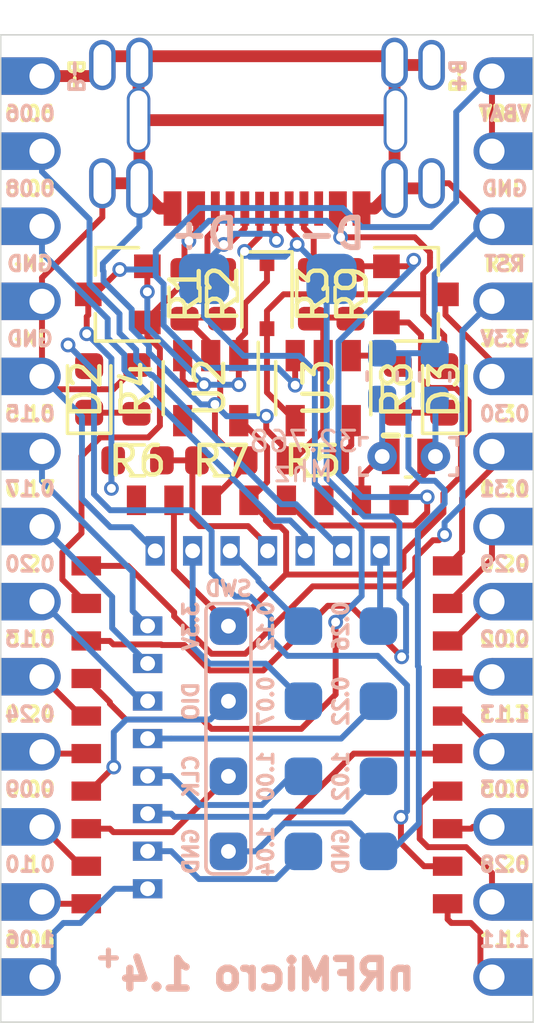
<source format=kicad_pcb>
(kicad_pcb (version 20171130) (host pcbnew 5.1.9-73d0e3b20d~88~ubuntu16.04.1)

  (general
    (thickness 1.6)
    (drawings 10)
    (tracks 505)
    (zones 0)
    (modules 28)
    (nets 53)
  )

  (page A4)
  (layers
    (0 F.Cu signal)
    (31 B.Cu signal)
    (32 B.Adhes user)
    (33 F.Adhes user)
    (34 B.Paste user)
    (35 F.Paste user)
    (36 B.SilkS user)
    (37 F.SilkS user)
    (38 B.Mask user)
    (39 F.Mask user)
    (40 Dwgs.User user)
    (41 Cmts.User user hide)
    (42 Eco1.User user)
    (43 Eco2.User user)
    (44 Edge.Cuts user)
    (45 Margin user hide)
    (46 B.CrtYd user hide)
    (47 F.CrtYd user hide)
    (48 B.Fab user hide)
    (49 F.Fab user hide)
  )

  (setup
    (last_trace_width 0.2)
    (user_trace_width 0.2)
    (user_trace_width 0.4)
    (trace_clearance 0.2)
    (zone_clearance 0.2)
    (zone_45_only no)
    (trace_min 0.2)
    (via_size 0.5)
    (via_drill 0.3)
    (via_min_size 0.5)
    (via_min_drill 0.3)
    (uvia_size 0.3)
    (uvia_drill 0.1)
    (uvias_allowed no)
    (uvia_min_size 0.2)
    (uvia_min_drill 0.1)
    (edge_width 0.15)
    (segment_width 0.2)
    (pcb_text_width 0.3)
    (pcb_text_size 1.5 1.5)
    (mod_edge_width 0.08)
    (mod_text_size 0.7 0.7)
    (mod_text_width 0.175)
    (pad_size 1.27 1.27)
    (pad_drill 0.85)
    (pad_to_mask_clearance 0)
    (solder_mask_min_width 0.25)
    (aux_axis_origin 0 0)
    (visible_elements 7FFFFFFF)
    (pcbplotparams
      (layerselection 0x010fc_ffffffff)
      (usegerberextensions true)
      (usegerberattributes false)
      (usegerberadvancedattributes false)
      (creategerberjobfile false)
      (excludeedgelayer true)
      (linewidth 0.100000)
      (plotframeref false)
      (viasonmask false)
      (mode 1)
      (useauxorigin false)
      (hpglpennumber 1)
      (hpglpenspeed 20)
      (hpglpendiameter 15.000000)
      (psnegative false)
      (psa4output false)
      (plotreference true)
      (plotvalue true)
      (plotinvisibletext false)
      (padsonsilk false)
      (subtractmaskfromsilk false)
      (outputformat 1)
      (mirror false)
      (drillshape 0)
      (scaleselection 1)
      (outputdirectory "plot/"))
  )

  (net 0 "")
  (net 1 GND)
  (net 2 RESET)
  (net 3 /P0.02)
  (net 4 /P0.29)
  (net 5 /P0.30)
  (net 6 /P0.31)
  (net 7 /P0.10)
  (net 8 /P0.09)
  (net 9 VBUS)
  (net 10 VBAT)
  (net 11 DATA+)
  (net 12 DATA-)
  (net 13 /P1.13)
  (net 14 /P1.11)
  (net 15 /P0.20)
  (net 16 /P0.13)
  (net 17 /P0.15)
  (net 18 /P0.17)
  (net 19 /P0.22)
  (net 20 /P0.24)
  (net 21 BLUE_LED)
  (net 22 /P0.03)
  (net 23 /P0.28)
  (net 24 /P0.00)
  (net 25 /P0.01)
  (net 26 /P1.06)
  (net 27 /P1.04)
  (net 28 SWC)
  (net 29 SWD)
  (net 30 POWER_PIN)
  (net 31 /P0.26)
  (net 32 DCCH)
  (net 33 CC2)
  (net 34 CC1)
  (net 35 EXT_VCC)
  (net 36 "Net-(D2-Pad1)")
  (net 37 /P1.00)
  (net 38 /P1.02)
  (net 39 /P0.12)
  (net 40 "Net-(U2-Pad4)")
  (net 41 /P0.07)
  (net 42 nRF_VDD)
  (net 43 "Net-(R5-Pad1)")
  (net 44 /P0.06)
  (net 45 /P0.08)
  (net 46 BATTERY_PIN)
  (net 47 PROG)
  (net 48 "Net-(D3-Pad1)")
  (net 49 "Net-(R8-Pad2)")
  (net 50 "Net-(J1-PadA8)")
  (net 51 "Net-(J1-PadB8)")
  (net 52 "Net-(D1-Pad1)")

  (net_class Default "This is the default net class."
    (clearance 0.2)
    (trace_width 0.2)
    (via_dia 0.5)
    (via_drill 0.3)
    (uvia_dia 0.3)
    (uvia_drill 0.1)
    (add_net /P0.00)
    (add_net /P0.01)
    (add_net /P0.02)
    (add_net /P0.03)
    (add_net /P0.06)
    (add_net /P0.07)
    (add_net /P0.08)
    (add_net /P0.09)
    (add_net /P0.10)
    (add_net /P0.12)
    (add_net /P0.13)
    (add_net /P0.15)
    (add_net /P0.17)
    (add_net /P0.20)
    (add_net /P0.22)
    (add_net /P0.24)
    (add_net /P0.26)
    (add_net /P0.28)
    (add_net /P0.29)
    (add_net /P0.30)
    (add_net /P0.31)
    (add_net /P1.00)
    (add_net /P1.02)
    (add_net /P1.04)
    (add_net /P1.06)
    (add_net /P1.11)
    (add_net /P1.13)
    (add_net BATTERY_PIN)
    (add_net BLUE_LED)
    (add_net CC1)
    (add_net CC2)
    (add_net DATA+)
    (add_net DATA-)
    (add_net DCCH)
    (add_net EXT_VCC)
    (add_net GND)
    (add_net "Net-(D1-Pad1)")
    (add_net "Net-(D2-Pad1)")
    (add_net "Net-(D3-Pad1)")
    (add_net "Net-(J1-PadA8)")
    (add_net "Net-(J1-PadB8)")
    (add_net "Net-(R5-Pad1)")
    (add_net "Net-(R8-Pad2)")
    (add_net "Net-(U2-Pad4)")
    (add_net POWER_PIN)
    (add_net PROG)
    (add_net RESET)
    (add_net SWC)
    (add_net SWD)
    (add_net VBAT)
    (add_net VBUS)
    (add_net nRF_VDD)
  )

  (net_class Power ""
    (clearance 0.2)
    (trace_width 0.2)
    (via_dia 0.5)
    (via_drill 0.3)
    (uvia_dia 0.3)
    (uvia_drill 0.1)
  )

  (module Capacitor_SMD:C_0603_1608Metric (layer B.Cu) (tedit 5F68FEEE) (tstamp 6054C353)
    (at 31.623 30.1498 90)
    (descr "Capacitor SMD 0603 (1608 Metric), square (rectangular) end terminal, IPC_7351 nominal, (Body size source: IPC-SM-782 page 76, https://www.pcb-3d.com/wordpress/wp-content/uploads/ipc-sm-782a_amendment_1_and_2.pdf), generated with kicad-footprint-generator")
    (tags capacitor)
    (path /6053EB14)
    (attr smd)
    (fp_text reference C2 (at 0 0 90) (layer Cmts.User)
      (effects (font (size 1 1) (thickness 0.15)) (justify mirror))
    )
    (fp_text value C_Small (at 0 -1.43 90) (layer B.Fab)
      (effects (font (size 1 1) (thickness 0.15)) (justify mirror))
    )
    (fp_line (start 1.48 -0.73) (end -1.48 -0.73) (layer B.CrtYd) (width 0.05))
    (fp_line (start 1.48 0.73) (end 1.48 -0.73) (layer B.CrtYd) (width 0.05))
    (fp_line (start -1.48 0.73) (end 1.48 0.73) (layer B.CrtYd) (width 0.05))
    (fp_line (start -1.48 -0.73) (end -1.48 0.73) (layer B.CrtYd) (width 0.05))
    (fp_line (start -0.14058 -0.51) (end 0.14058 -0.51) (layer B.SilkS) (width 0.12))
    (fp_line (start -0.14058 0.51) (end 0.14058 0.51) (layer B.SilkS) (width 0.12))
    (fp_line (start 0.8 -0.4) (end -0.8 -0.4) (layer B.Fab) (width 0.1))
    (fp_line (start 0.8 0.4) (end 0.8 -0.4) (layer B.Fab) (width 0.1))
    (fp_line (start -0.8 0.4) (end 0.8 0.4) (layer B.Fab) (width 0.1))
    (fp_line (start -0.8 -0.4) (end -0.8 0.4) (layer B.Fab) (width 0.1))
    (fp_text user %R (at 0 0 90) (layer B.Fab)
      (effects (font (size 0.4 0.4) (thickness 0.06)) (justify mirror))
    )
    (pad 2 smd roundrect (at 0.775 0 90) (size 0.9 0.95) (layers B.Cu B.Paste B.Mask) (roundrect_rratio 0.25)
      (net 1 GND))
    (pad 1 smd roundrect (at -0.775 0 90) (size 0.9 0.95) (layers B.Cu B.Paste B.Mask) (roundrect_rratio 0.25)
      (net 25 /P0.01))
    (model ${KISYS3DMOD}/Capacitor_SMD.3dshapes/C_0603_1608Metric.wrl
      (at (xyz 0 0 0))
      (scale (xyz 1 1 1))
      (rotate (xyz 0 0 0))
    )
  )

  (module Capacitor_SMD:C_0603_1608Metric (layer B.Cu) (tedit 5F68FEEE) (tstamp 6054C27A)
    (at 33.401 30.1752 90)
    (descr "Capacitor SMD 0603 (1608 Metric), square (rectangular) end terminal, IPC_7351 nominal, (Body size source: IPC-SM-782 page 76, https://www.pcb-3d.com/wordpress/wp-content/uploads/ipc-sm-782a_amendment_1_and_2.pdf), generated with kicad-footprint-generator")
    (tags capacitor)
    (path /60539698)
    (attr smd)
    (fp_text reference C1 (at 0 0 90) (layer Cmts.User)
      (effects (font (size 1 1) (thickness 0.15)) (justify mirror))
    )
    (fp_text value C_Small (at 0 -1.43 90) (layer B.Fab)
      (effects (font (size 1 1) (thickness 0.15)) (justify mirror))
    )
    (fp_line (start 1.48 -0.73) (end -1.48 -0.73) (layer B.CrtYd) (width 0.05))
    (fp_line (start 1.48 0.73) (end 1.48 -0.73) (layer B.CrtYd) (width 0.05))
    (fp_line (start -1.48 0.73) (end 1.48 0.73) (layer B.CrtYd) (width 0.05))
    (fp_line (start -1.48 -0.73) (end -1.48 0.73) (layer B.CrtYd) (width 0.05))
    (fp_line (start -0.14058 -0.51) (end 0.14058 -0.51) (layer B.SilkS) (width 0.12))
    (fp_line (start -0.14058 0.51) (end 0.14058 0.51) (layer B.SilkS) (width 0.12))
    (fp_line (start 0.8 -0.4) (end -0.8 -0.4) (layer B.Fab) (width 0.1))
    (fp_line (start 0.8 0.4) (end 0.8 -0.4) (layer B.Fab) (width 0.1))
    (fp_line (start -0.8 0.4) (end 0.8 0.4) (layer B.Fab) (width 0.1))
    (fp_line (start -0.8 -0.4) (end -0.8 0.4) (layer B.Fab) (width 0.1))
    (fp_text user %R (at 0 0 90) (layer B.Fab)
      (effects (font (size 0.4 0.4) (thickness 0.06)) (justify mirror))
    )
    (pad 2 smd roundrect (at 0.775 0 90) (size 0.9 0.95) (layers B.Cu B.Paste B.Mask) (roundrect_rratio 0.25)
      (net 1 GND))
    (pad 1 smd roundrect (at -0.775 0 90) (size 0.9 0.95) (layers B.Cu B.Paste B.Mask) (roundrect_rratio 0.25)
      (net 24 /P0.00))
    (model ${KISYS3DMOD}/Capacitor_SMD.3dshapes/C_0603_1608Metric.wrl
      (at (xyz 0 0 0))
      (scale (xyz 1 1 1))
      (rotate (xyz 0 0 0))
    )
  )

  (module Crystal:Crystal_SMD_MicroCrystal_CM9V-T1A-2Pin_1.6x1.0mm (layer F.Cu) (tedit 6052C233) (tstamp 5F76156A)
    (at 32.512 32.8676)
    (descr "SMD Crystal MicroCrystal CM9V-T1A series https://www.microcrystal.com/fileadmin/Media/Products/32kHz/Datasheet/CM9V-T1A.pdf, 1.6x1.0mm^2 package")
    (tags "SMD SMT crystal")
    (path /5F764467)
    (attr smd)
    (fp_text reference X1 (at -0.0245 -0.0205 90) (layer Cmts.User)
      (effects (font (size 0.7 0.7) (thickness 0.08)))
    )
    (fp_text value 32.768kHz (at 0 1.7) (layer F.Fab)
      (effects (font (size 1 1) (thickness 0.15)))
    )
    (fp_line (start -1.651 0.635) (end -1.397 0.635) (layer B.SilkS) (width 0.12))
    (fp_line (start -1.651 0.381) (end -1.651 0.635) (layer B.SilkS) (width 0.12))
    (fp_line (start -1.651 -0.635) (end -1.651 -0.381) (layer B.SilkS) (width 0.12))
    (fp_line (start -1.397 -0.635) (end -1.651 -0.635) (layer B.SilkS) (width 0.12))
    (fp_line (start 1.651 0.635) (end 1.651 0.381) (layer B.SilkS) (width 0.12))
    (fp_line (start 1.397 0.635) (end 1.651 0.635) (layer B.SilkS) (width 0.12))
    (fp_line (start 1.651 -0.635) (end 1.397 -0.635) (layer B.SilkS) (width 0.12))
    (fp_line (start 1.651 -0.381) (end 1.651 -0.635) (layer B.SilkS) (width 0.12))
    (fp_line (start 1.651 -0.635) (end 1.651 -0.381) (layer B.SilkS) (width 0.12))
    (fp_line (start 1.2 -0.9) (end -1.2 -0.9) (layer F.CrtYd) (width 0.05))
    (fp_line (start 1.2 0.9) (end 1.2 -0.9) (layer F.CrtYd) (width 0.05))
    (fp_line (start -1.2 0.9) (end 1.2 0.9) (layer F.CrtYd) (width 0.05))
    (fp_line (start -1.2 -0.9) (end -1.2 0.9) (layer F.CrtYd) (width 0.05))
    (fp_line (start -0.8382 -0.7112) (end -0.3556 -0.7112) (layer F.SilkS) (width 0.2))
    (fp_line (start -0.1 0.7) (end 0.1 0.7) (layer F.SilkS) (width 0.12))
    (fp_line (start -0.1 -0.7) (end 0.1 -0.7) (layer F.SilkS) (width 0.12))
    (fp_line (start -0.8 0) (end -0.3 0.5) (layer F.Fab) (width 0.1))
    (fp_line (start 0.8 -0.5) (end -0.8 -0.5) (layer F.Fab) (width 0.1))
    (fp_line (start 0.8 0.5) (end 0.8 -0.5) (layer F.Fab) (width 0.1))
    (fp_line (start -0.8 0.5) (end 0.8 0.5) (layer F.Fab) (width 0.1))
    (fp_line (start -0.8 -0.5) (end -0.8 0.5) (layer F.Fab) (width 0.1))
    (fp_text user %R (at 0 0) (layer F.Fab)
      (effects (font (size 1 1) (thickness 0.15)))
    )
    (fp_text user 32.768 (at -3.556 -0.508) (layer B.SilkS)
      (effects (font (size 0.7 0.7) (thickness 0.1)) (justify mirror))
    )
    (fp_text user Mhz (at -3.556 0.508) (layer B.SilkS)
      (effects (font (size 0.7 0.7) (thickness 0.1)) (justify mirror))
    )
    (pad 2 smd rect (at 0.6 0) (size 0.6 1.2) (layers F.Cu F.Paste F.Mask)
      (net 24 /P0.00))
    (pad 1 smd rect (at -0.6 0) (size 0.6 1.2) (layers F.Cu F.Paste F.Mask)
      (net 25 /P0.01))
    (pad 2 thru_hole circle (at 0.9144 0 180) (size 1 1) (drill 0.5) (layers *.Cu *.Mask)
      (net 24 /P0.00))
    (pad 1 thru_hole circle (at -0.889 0) (size 1 1) (drill 0.5) (layers *.Cu *.Mask)
      (net 25 /P0.01))
    (model ${KISYS3DMOD}/Crystal.3dshapes/Crystal_SMD_MicroCrystal_CM9V-T1A-2Pin_1.6x1.0mm.wrl
      (at (xyz 0 0 0))
      (scale (xyz 1 1 1))
      (rotate (xyz 0 0 0))
    )
  )

  (module nrfmicro:connector_bat (layer F.Cu) (tedit 6052C45D) (tstamp 5F7017AB)
    (at 27.7216 20 180)
    (path /5F6FE749)
    (fp_text reference J3 (at 0 -3.175) (layer F.Fab)
      (effects (font (size 1 1) (thickness 0.15)))
    )
    (fp_text value Ex_Bat (at 0 -5.08) (layer F.Fab)
      (effects (font (size 1 1) (thickness 0.15)))
    )
    (fp_text user B+ (at -6.477 0 90 unlocked) (layer F.SilkS)
      (effects (font (size 0.5 0.5) (thickness 0.125)))
    )
    (fp_text user B- (at 6.477 0 270 unlocked) (layer F.SilkS)
      (effects (font (size 0.5 0.5) (thickness 0.125)))
    )
    (fp_text user B+ (at -6.477 0 90 unlocked) (layer B.SilkS)
      (effects (font (size 0.5 0.5) (thickness 0.125)) (justify mirror))
    )
    (fp_text user B- (at 6.477 0 270 unlocked) (layer B.SilkS)
      (effects (font (size 0.5 0.5) (thickness 0.125)) (justify mirror))
    )
    (pad 2 thru_hole circle (at 7.62 0 180) (size 1.27 1.27) (drill 0.85) (layers *.Cu *.Mask)
      (net 1 GND))
    (pad 1 thru_hole circle (at -7.62 0 270) (size 1.27 1.27) (drill 0.85) (layers *.Cu *.Mask)
      (net 10 VBAT))
    (pad 1 smd rect (at -8.3185 0 180) (size 1.397 1.27) (layers B.Cu B.Mask)
      (net 10 VBAT))
    (pad 1 smd rect (at -8.3185 0) (size 1.397 1.27) (layers F.Cu F.Mask)
      (net 10 VBAT))
    (pad 2 smd rect (at 8.3287 0) (size 1.397 1.27) (layers B.Cu B.Mask)
      (net 1 GND))
    (pad 2 smd rect (at 8.3185 0 180) (size 1.397 1.27) (layers F.Cu F.Mask)
      (net 1 GND))
  )

  (module nrfmicro:pro_micro (layer F.Cu) (tedit 6052BE32) (tstamp 5EC0A072)
    (at 27.7216 36.51)
    (path /5AC0283B)
    (fp_text reference U4 (at 0 0) (layer Cmts.User)
      (effects (font (size 1 1) (thickness 0.15)))
    )
    (fp_text value ProMicro (at 0 1.524 -90) (layer Margin) hide
      (effects (font (size 1 1) (thickness 0.15)))
    )
    (fp_text user 0.06 (at -8.0264 -15.24) (layer F.SilkS)
      (effects (font (size 0.5 0.5) (thickness 0.125)))
    )
    (fp_text user 0.08 (at -8.0264 -12.7) (layer F.SilkS)
      (effects (font (size 0.5 0.5) (thickness 0.125)))
    )
    (fp_text user GND (at -8.0264 -10.16) (layer F.SilkS)
      (effects (font (size 0.5 0.5) (thickness 0.125)))
    )
    (fp_text user GND (at -8.0264 -7.62) (layer F.SilkS)
      (effects (font (size 0.5 0.5) (thickness 0.125)))
    )
    (fp_text user 0.15 (at -8.0264 -5.08) (layer F.SilkS)
      (effects (font (size 0.5 0.5) (thickness 0.125)))
    )
    (fp_text user 0.17 (at -8.0264 -2.54) (layer F.SilkS)
      (effects (font (size 0.5 0.5) (thickness 0.125)))
    )
    (fp_text user 0.20 (at -8.0264 0) (layer F.SilkS)
      (effects (font (size 0.5 0.5) (thickness 0.125)))
    )
    (fp_text user 0.13 (at -8.0264 2.54) (layer F.SilkS)
      (effects (font (size 0.5 0.5) (thickness 0.125)))
    )
    (fp_text user 0.24 (at -8.0264 5.08) (layer F.SilkS)
      (effects (font (size 0.5 0.5) (thickness 0.125)))
    )
    (fp_text user 0.09 (at -8.0264 7.62) (layer F.SilkS)
      (effects (font (size 0.5 0.5) (thickness 0.125)))
    )
    (fp_text user 0.10 (at -8.0264 10.16) (layer F.SilkS)
      (effects (font (size 0.5 0.5) (thickness 0.125)))
    )
    (fp_text user 1.06 (at -8.0264 12.7) (layer F.SilkS)
      (effects (font (size 0.5 0.5) (thickness 0.125)))
    )
    (fp_text user GND (at 8.0518 -12.7) (layer F.SilkS)
      (effects (font (size 0.5 0.5) (thickness 0.125)))
    )
    (fp_text user 1.11 (at 8.0518 12.7) (layer F.SilkS)
      (effects (font (size 0.5 0.5) (thickness 0.125)))
    )
    (fp_text user VBAT (at 8.0518 -15.24) (layer F.SilkS)
      (effects (font (size 0.5 0.5) (thickness 0.125)))
    )
    (fp_text user 3.3V (at 8.0518 -7.62) (layer F.SilkS)
      (effects (font (size 0.5 0.5) (thickness 0.125)))
    )
    (fp_text user 0.03 (at 8.0518 7.62) (layer F.SilkS)
      (effects (font (size 0.5 0.5) (thickness 0.125)))
    )
    (fp_text user 1.13 (at 8.0518 5.08) (layer F.SilkS)
      (effects (font (size 0.5 0.5) (thickness 0.125)))
    )
    (fp_text user 0.29 (at 8.0518 0) (layer F.SilkS)
      (effects (font (size 0.5 0.5) (thickness 0.125)))
    )
    (fp_text user 0.31 (at 8.0518 -2.54) (layer F.SilkS)
      (effects (font (size 0.5 0.5) (thickness 0.125)))
    )
    (fp_text user RST (at 8.0518 -10.16) (layer F.SilkS)
      (effects (font (size 0.5 0.5) (thickness 0.125)))
    )
    (fp_text user 0.28 (at 8.0518 10.16) (layer F.SilkS)
      (effects (font (size 0.5 0.5) (thickness 0.125)))
    )
    (fp_text user 0.30 (at 8.0518 -5.08) (layer F.SilkS)
      (effects (font (size 0.5 0.5) (thickness 0.125)))
    )
    (fp_text user 0.02 (at 8.0518 2.54) (layer F.SilkS)
      (effects (font (size 0.5 0.5) (thickness 0.125)))
    )
    (fp_text user 0.08 (at -8.0264 -12.7 180) (layer B.SilkS)
      (effects (font (size 0.5 0.5) (thickness 0.125)) (justify mirror))
    )
    (fp_text user 1.06 (at -8.0264 12.7 180) (layer B.SilkS)
      (effects (font (size 0.5 0.5) (thickness 0.125)) (justify mirror))
    )
    (fp_text user 0.28 (at 8.0518 10.16 180) (layer B.SilkS)
      (effects (font (size 0.5 0.5) (thickness 0.125)) (justify mirror))
    )
    (fp_text user 0.06 (at -8.0264 -15.24 180) (layer B.SilkS)
      (effects (font (size 0.5 0.5) (thickness 0.125)) (justify mirror))
    )
    (fp_text user GND (at 8.0518 -12.7 180) (layer B.SilkS)
      (effects (font (size 0.5 0.5) (thickness 0.125)) (justify mirror))
    )
    (fp_text user 0.29 (at 8.0518 0 180) (layer B.SilkS)
      (effects (font (size 0.5 0.5) (thickness 0.125)) (justify mirror))
    )
    (fp_text user GND (at -8.0264 -7.62 180) (layer B.SilkS)
      (effects (font (size 0.5 0.5) (thickness 0.125)) (justify mirror))
    )
    (fp_text user 0.03 (at 8.0518 7.62 180) (layer B.SilkS)
      (effects (font (size 0.5 0.5) (thickness 0.125)) (justify mirror))
    )
    (fp_text user 0.09 (at -8.0264 7.62 180) (layer B.SilkS)
      (effects (font (size 0.5 0.5) (thickness 0.125)) (justify mirror))
    )
    (fp_text user 0.30 (at 8.0518 -5.08 180) (layer B.SilkS)
      (effects (font (size 0.5 0.5) (thickness 0.125)) (justify mirror))
    )
    (fp_text user 0.24 (at -8.0264 5.08 180) (layer B.SilkS)
      (effects (font (size 0.5 0.5) (thickness 0.125)) (justify mirror))
    )
    (fp_text user RST (at 8.0518 -10.16 180) (layer B.SilkS)
      (effects (font (size 0.5 0.5) (thickness 0.125)) (justify mirror))
    )
    (fp_text user 0.20 (at -8.0264 0 180) (layer B.SilkS)
      (effects (font (size 0.5 0.5) (thickness 0.125)) (justify mirror))
    )
    (fp_text user 3.3V (at 8.0518 -7.62 180) (layer B.SilkS)
      (effects (font (size 0.5 0.5) (thickness 0.125)) (justify mirror))
    )
    (fp_text user 0.17 (at -8.0264 -2.54 180) (layer B.SilkS)
      (effects (font (size 0.5 0.5) (thickness 0.125)) (justify mirror))
    )
    (fp_text user 1.11 (at 8.0518 12.7 180) (layer B.SilkS)
      (effects (font (size 0.5 0.5) (thickness 0.125)) (justify mirror))
    )
    (fp_text user GND (at -8.0264 -10.16 180) (layer B.SilkS)
      (effects (font (size 0.5 0.5) (thickness 0.125)) (justify mirror))
    )
    (fp_text user VBAT (at 8.0518 -15.24 180) (layer B.SilkS)
      (effects (font (size 0.5 0.5) (thickness 0.125)) (justify mirror))
    )
    (fp_text user 1.13 (at 8.0518 5.08 180) (layer B.SilkS)
      (effects (font (size 0.5 0.5) (thickness 0.125)) (justify mirror))
    )
    (fp_text user 0.10 (at -8.0264 10.16 180) (layer B.SilkS)
      (effects (font (size 0.5 0.5) (thickness 0.125)) (justify mirror))
    )
    (fp_text user 0.15 (at -8.0264 -5.08 180) (layer B.SilkS)
      (effects (font (size 0.5 0.5) (thickness 0.125)) (justify mirror))
    )
    (fp_text user 0.02 (at 8.0518 2.54 180) (layer B.SilkS)
      (effects (font (size 0.5 0.5) (thickness 0.125)) (justify mirror))
    )
    (fp_text user 0.31 (at 8.0518 -2.54 180) (layer B.SilkS)
      (effects (font (size 0.5 0.5) (thickness 0.125)) (justify mirror))
    )
    (fp_text user 0.13 (at -8.0264 2.54 180) (layer B.SilkS)
      (effects (font (size 0.5 0.5) (thickness 0.125)) (justify mirror))
    )
    (pad 1 thru_hole circle (at 7.62 -13.97 270) (size 1.25 1.25) (drill 0.85) (layers *.Cu *.Mask)
      (net 10 VBAT))
    (pad 2 thru_hole circle (at 7.62 -11.43 270) (size 1.27 1.27) (drill 0.85) (layers *.Cu *.Mask)
      (net 1 GND))
    (pad 3 thru_hole circle (at 7.62 -8.89 270) (size 1.27 1.27) (drill 0.85) (layers *.Cu *.Mask)
      (net 2 RESET))
    (pad 4 thru_hole circle (at 7.62 -6.35 270) (size 1.27 1.27) (drill 0.85) (layers *.Cu *.Mask)
      (net 35 EXT_VCC))
    (pad 5 thru_hole circle (at 7.62 -3.81 270) (size 1.27 1.27) (drill 0.85) (layers *.Cu *.Mask)
      (net 5 /P0.30))
    (pad 6 thru_hole circle (at 7.62 -1.27 270) (size 1.27 1.27) (drill 0.85) (layers *.Cu *.Mask)
      (net 6 /P0.31))
    (pad 7 thru_hole circle (at 7.62 1.27 270) (size 1.27 1.27) (drill 0.85) (layers *.Cu *.Mask)
      (net 4 /P0.29))
    (pad 8 thru_hole circle (at 7.62 3.81 270) (size 1.27 1.27) (drill 0.85) (layers *.Cu *.Mask)
      (net 3 /P0.02))
    (pad 9 thru_hole circle (at 7.62 6.35 270) (size 1.27 1.27) (drill 0.85) (layers *.Cu *.Mask)
      (net 13 /P1.13))
    (pad 10 thru_hole circle (at 7.62 8.89 270) (size 1.27 1.27) (drill 0.85) (layers *.Cu *.Mask)
      (net 22 /P0.03))
    (pad 11 thru_hole circle (at 7.62 11.43 270) (size 1.27 1.27) (drill 0.85) (layers *.Cu *.Mask)
      (net 23 /P0.28))
    (pad 12 thru_hole circle (at 7.62 13.97 270) (size 1.27 1.27) (drill 0.85) (layers *.Cu *.Mask)
      (net 14 /P1.11))
    (pad 24 thru_hole circle (at -7.62 13.97 270) (size 1.27 1.27) (drill 0.85) (layers *.Cu *.Mask)
      (net 26 /P1.06))
    (pad 23 thru_hole circle (at -7.62 11.43 270) (size 1.27 1.27) (drill 0.85) (layers *.Cu *.Mask)
      (net 7 /P0.10))
    (pad 22 thru_hole circle (at -7.62 8.89 270) (size 1.27 1.27) (drill 0.85) (layers *.Cu *.Mask)
      (net 8 /P0.09))
    (pad 21 thru_hole circle (at -7.62 6.35 270) (size 1.27 1.27) (drill 0.85) (layers *.Cu *.Mask)
      (net 20 /P0.24))
    (pad 20 thru_hole circle (at -7.62 3.81 270) (size 1.27 1.27) (drill 0.85) (layers *.Cu *.Mask)
      (net 16 /P0.13))
    (pad 19 thru_hole circle (at -7.62 1.27 270) (size 1.27 1.27) (drill 0.85) (layers *.Cu *.Mask)
      (net 15 /P0.20))
    (pad 18 thru_hole circle (at -7.62 -1.27 270) (size 1.27 1.27) (drill 0.85) (layers *.Cu *.Mask)
      (net 18 /P0.17))
    (pad 17 thru_hole circle (at -7.62 -3.81 270) (size 1.27 1.27) (drill 0.85) (layers *.Cu *.Mask)
      (net 17 /P0.15))
    (pad 16 thru_hole circle (at -7.62 -6.35 270) (size 1.27 1.27) (drill 0.85) (layers *.Cu *.Mask)
      (net 1 GND))
    (pad 15 thru_hole circle (at -7.62 -8.89 270) (size 1.27 1.27) (drill 0.85) (layers *.Cu *.Mask)
      (net 1 GND))
    (pad 14 thru_hole circle (at -7.62 -11.43 270) (size 1.27 1.27) (drill 0.85) (layers *.Cu *.Mask)
      (net 45 /P0.08))
    (pad 13 thru_hole circle (at -7.62 -13.97 270) (size 1.27 1.27) (drill 0.85) (layers *.Cu *.Mask)
      (net 44 /P0.06))
    (pad 12 smd rect (at 8.3185 13.97) (size 1.397 1.27) (layers F.Cu F.Mask)
      (net 14 /P1.11))
    (pad 11 smd rect (at 8.3185 11.43) (size 1.397 1.27) (layers F.Cu F.Mask)
      (net 23 /P0.28))
    (pad 10 smd rect (at 8.3185 8.89) (size 1.397 1.27) (layers F.Cu F.Mask)
      (net 22 /P0.03))
    (pad 9 smd rect (at 8.3185 6.35) (size 1.397 1.27) (layers F.Cu F.Mask)
      (net 13 /P1.13))
    (pad 8 smd rect (at 8.3185 3.81) (size 1.397 1.27) (layers F.Cu F.Mask)
      (net 3 /P0.02))
    (pad 7 smd rect (at 8.3185 1.27) (size 1.397 1.27) (layers F.Cu F.Mask)
      (net 4 /P0.29))
    (pad 6 smd rect (at 8.3185 -1.27) (size 1.397 1.27) (layers F.Cu F.Mask)
      (net 6 /P0.31))
    (pad 5 smd rect (at 8.3185 -3.81) (size 1.397 1.27) (layers F.Cu F.Mask)
      (net 5 /P0.30))
    (pad 4 smd rect (at 8.3185 -6.35) (size 1.397 1.27) (layers F.Cu F.Mask)
      (net 35 EXT_VCC))
    (pad 3 smd rect (at 8.3185 -8.89) (size 1.397 1.27) (layers F.Cu F.Mask)
      (net 2 RESET))
    (pad 2 smd rect (at 8.3185 -11.43) (size 1.397 1.27) (layers F.Cu F.Mask)
      (net 1 GND))
    (pad 1 smd rect (at 8.3185 -13.97) (size 1.397 1.27) (layers F.Cu F.Mask)
      (net 10 VBAT))
    (pad 7 smd rect (at 8.3185 1.27 180) (size 1.397 1.27) (layers B.Cu B.Mask)
      (net 4 /P0.29))
    (pad 6 smd rect (at 8.3185 -1.27 180) (size 1.397 1.27) (layers B.Cu B.Mask)
      (net 6 /P0.31))
    (pad 10 smd rect (at 8.3185 8.89 180) (size 1.397 1.27) (layers B.Cu B.Mask)
      (net 22 /P0.03))
    (pad 11 smd rect (at 8.3185 11.43 180) (size 1.397 1.27) (layers B.Cu B.Mask)
      (net 23 /P0.28))
    (pad 9 smd rect (at 8.3185 6.35 180) (size 1.397 1.27) (layers B.Cu B.Mask)
      (net 13 /P1.13))
    (pad 12 smd rect (at 8.3185 13.97 180) (size 1.397 1.27) (layers B.Cu B.Mask)
      (net 14 /P1.11))
    (pad 8 smd rect (at 8.3185 3.81 180) (size 1.397 1.27) (layers B.Cu B.Mask)
      (net 3 /P0.02))
    (pad 5 smd rect (at 8.3185 -3.81 180) (size 1.397 1.27) (layers B.Cu B.Mask)
      (net 5 /P0.30))
    (pad 4 smd rect (at 8.3185 -6.35 180) (size 1.397 1.27) (layers B.Cu B.Mask)
      (net 35 EXT_VCC))
    (pad 2 smd rect (at 8.3185 -11.43 180) (size 1.397 1.27) (layers B.Cu B.Mask)
      (net 1 GND))
    (pad 3 smd rect (at 8.3185 -8.89 180) (size 1.397 1.27) (layers B.Cu B.Mask)
      (net 2 RESET))
    (pad 1 smd rect (at 8.3185 -13.97 180) (size 1.397 1.27) (layers B.Cu B.Mask)
      (net 10 VBAT))
    (pad 15 smd rect (at -8.3185 -8.89) (size 1.397 1.27) (layers B.Cu B.Mask)
      (net 1 GND))
    (pad 19 smd rect (at -8.3185 1.27) (size 1.397 1.27) (layers B.Cu B.Mask)
      (net 15 /P0.20))
    (pad 13 smd rect (at -8.3185 -13.97) (size 1.397 1.27) (layers B.Cu B.Mask)
      (net 44 /P0.06))
    (pad 18 smd rect (at -8.3185 -1.27 180) (size 1.397 1.27) (layers F.Cu F.Mask)
      (net 18 /P0.17))
    (pad 19 smd rect (at -8.3185 1.27 180) (size 1.397 1.27) (layers F.Cu F.Mask)
      (net 15 /P0.20))
    (pad 15 smd rect (at -8.3185 -8.89 180) (size 1.397 1.27) (layers F.Cu F.Mask)
      (net 1 GND))
    (pad 14 smd rect (at -8.3185 -11.43 180) (size 1.397 1.27) (layers F.Cu F.Mask)
      (net 45 /P0.08))
    (pad 16 smd rect (at -8.3185 -6.35 180) (size 1.397 1.27) (layers F.Cu F.Mask)
      (net 1 GND))
    (pad 13 smd rect (at -8.3185 -13.97 180) (size 1.397 1.27) (layers F.Cu F.Mask)
      (net 44 /P0.06))
    (pad 17 smd rect (at -8.3185 -3.81 180) (size 1.397 1.27) (layers F.Cu F.Mask)
      (net 17 /P0.15))
    (pad 20 smd rect (at -8.3185 3.81 180) (size 1.397 1.27) (layers F.Cu F.Mask)
      (net 16 /P0.13))
    (pad 18 smd rect (at -8.3185 -1.27) (size 1.397 1.27) (layers B.Cu B.Mask)
      (net 18 /P0.17))
    (pad 21 smd rect (at -8.3185 6.35 180) (size 1.397 1.27) (layers F.Cu F.Mask)
      (net 20 /P0.24))
    (pad 23 smd rect (at -8.3185 11.43 180) (size 1.397 1.27) (layers F.Cu F.Mask)
      (net 7 /P0.10))
    (pad 14 smd rect (at -8.3185 -11.43) (size 1.397 1.27) (layers B.Cu B.Mask)
      (net 45 /P0.08))
    (pad 22 smd rect (at -8.3185 8.89 180) (size 1.397 1.27) (layers F.Cu F.Mask)
      (net 8 /P0.09))
    (pad 22 smd rect (at -8.3185 8.89) (size 1.397 1.27) (layers B.Cu B.Mask)
      (net 8 /P0.09))
    (pad 23 smd rect (at -8.3185 11.43) (size 1.397 1.27) (layers B.Cu B.Mask)
      (net 7 /P0.10))
    (pad 24 smd rect (at -8.3185 13.97 180) (size 1.397 1.27) (layers F.Cu F.Mask)
      (net 26 /P1.06))
    (pad 17 smd rect (at -8.3185 -3.81) (size 1.397 1.27) (layers B.Cu B.Mask)
      (net 17 /P0.15))
    (pad 21 smd rect (at -8.3185 6.35) (size 1.397 1.27) (layers B.Cu B.Mask)
      (net 20 /P0.24))
    (pad 20 smd rect (at -8.3185 3.81) (size 1.397 1.27) (layers B.Cu B.Mask)
      (net 16 /P0.13))
    (pad 24 smd rect (at -8.3185 13.97) (size 1.397 1.27) (layers B.Cu B.Mask)
      (net 26 /P1.06))
    (pad 16 smd rect (at -8.3185 -6.35) (size 1.397 1.27) (layers B.Cu B.Mask)
      (net 1 GND))
  )

  (module Connector_PinSocket_2.54mm:PinSocket_1x01_P2.54mm_Vertical (layer B.Cu) (tedit 602E7112) (tstamp 602E870C)
    (at 25.5905 26.8605 180)
    (descr "Through hole straight socket strip, 1x01, 2.54mm pitch, single row (from Kicad 4.0.7), script generated")
    (tags "Through hole socket strip THT 1x01 2.54mm single row")
    (path /602E939F)
    (fp_text reference J4 (at 0 0 180) (layer Cmts.User)
      (effects (font (size 1 1) (thickness 0.15)))
    )
    (fp_text value "Data +" (at 0 -2.77 180) (layer B.Fab)
      (effects (font (size 1 1) (thickness 0.15)) (justify mirror))
    )
    (fp_line (start -1.8 -1.75) (end -1.8 1.8) (layer B.CrtYd) (width 0.05))
    (fp_line (start 1.75 -1.75) (end -1.8 -1.75) (layer B.CrtYd) (width 0.05))
    (fp_line (start 1.75 1.8) (end 1.75 -1.75) (layer B.CrtYd) (width 0.05))
    (fp_line (start -1.8 1.8) (end 1.75 1.8) (layer B.CrtYd) (width 0.05))
    (fp_text user %R (at 0 0 180) (layer B.Fab)
      (effects (font (size 1 1) (thickness 0.15)) (justify mirror))
    )
    (fp_text user D+ (at 0 1.524 180) (layer B.SilkS)
      (effects (font (size 1 1) (thickness 0.2)) (justify mirror))
    )
    (pad 1 connect roundrect (at 0 0 180) (size 1.7 1.7) (layers B.Cu B.Mask) (roundrect_rratio 0.25)
      (net 11 DATA+))
  )

  (module Connector_PinSocket_2.54mm:PinSocket_1x01_P2.54mm_Vertical (layer B.Cu) (tedit 602E7106) (tstamp 602E8978)
    (at 29.9085 26.8605 180)
    (descr "Through hole straight socket strip, 1x01, 2.54mm pitch, single row (from Kicad 4.0.7), script generated")
    (tags "Through hole socket strip THT 1x01 2.54mm single row")
    (path /602EA25D)
    (fp_text reference J7 (at 0 0 180) (layer Cmts.User)
      (effects (font (size 1 1) (thickness 0.15)))
    )
    (fp_text value "Data -" (at 0 -2.77 180) (layer B.Fab)
      (effects (font (size 1 1) (thickness 0.15)) (justify mirror))
    )
    (fp_line (start -1.8 1.8) (end 1.75 1.8) (layer B.CrtYd) (width 0.05))
    (fp_line (start 1.75 1.8) (end 1.75 -1.75) (layer B.CrtYd) (width 0.05))
    (fp_line (start 1.75 -1.75) (end -1.8 -1.75) (layer B.CrtYd) (width 0.05))
    (fp_line (start -1.8 -1.75) (end -1.8 1.8) (layer B.CrtYd) (width 0.05))
    (fp_text user %R (at 0 0 180) (layer B.Fab)
      (effects (font (size 1 1) (thickness 0.15)) (justify mirror))
    )
    (fp_text user D- (at 0 1.524 180) (layer B.SilkS)
      (effects (font (size 1 1) (thickness 0.2)) (justify mirror))
    )
    (pad 1 connect roundrect (at 0 0 180) (size 1.7 1.7) (layers B.Cu B.Mask) (roundrect_rratio 0.25)
      (net 12 DATA-))
  )

  (module Package_TO_SOT_SMD:SOT-23 (layer F.Cu) (tedit 5A02FF57) (tstamp 5F6E1E6F)
    (at 32.766 27.3845)
    (descr "SOT-23, Standard")
    (tags SOT-23)
    (path /5ED04CF8)
    (attr smd)
    (fp_text reference Q2 (at -0.016 -0.016) (layer Cmts.User)
      (effects (font (size 0.7 0.7) (thickness 0.08)))
    )
    (fp_text value AO3407 (at 0 2.5) (layer F.Fab)
      (effects (font (size 1 1) (thickness 0.15)))
    )
    (fp_line (start 0.76 1.58) (end -0.7 1.58) (layer F.SilkS) (width 0.12))
    (fp_line (start 0.76 -1.58) (end -1.4 -1.58) (layer F.SilkS) (width 0.12))
    (fp_line (start -1.7 1.75) (end -1.7 -1.75) (layer F.CrtYd) (width 0.05))
    (fp_line (start 1.7 1.75) (end -1.7 1.75) (layer F.CrtYd) (width 0.05))
    (fp_line (start 1.7 -1.75) (end 1.7 1.75) (layer F.CrtYd) (width 0.05))
    (fp_line (start -1.7 -1.75) (end 1.7 -1.75) (layer F.CrtYd) (width 0.05))
    (fp_line (start 0.76 -1.58) (end 0.76 -0.65) (layer F.SilkS) (width 0.12))
    (fp_line (start 0.76 1.58) (end 0.76 0.65) (layer F.SilkS) (width 0.12))
    (fp_line (start -0.7 1.52) (end 0.7 1.52) (layer F.Fab) (width 0.1))
    (fp_line (start 0.7 -1.52) (end 0.7 1.52) (layer F.Fab) (width 0.1))
    (fp_line (start -0.7 -0.95) (end -0.15 -1.52) (layer F.Fab) (width 0.1))
    (fp_line (start -0.15 -1.52) (end 0.7 -1.52) (layer F.Fab) (width 0.1))
    (fp_line (start -0.7 -0.95) (end -0.7 1.5) (layer F.Fab) (width 0.1))
    (fp_text user %R (at 0 0 90) (layer F.Fab)
      (effects (font (size 1 1) (thickness 0.15)))
    )
    (pad 3 smd rect (at 1 0) (size 0.9 0.8) (layers F.Cu F.Paste F.Mask)
      (net 35 EXT_VCC))
    (pad 2 smd rect (at -1 0.95) (size 0.9 0.8) (layers F.Cu F.Paste F.Mask)
      (net 42 nRF_VDD))
    (pad 1 smd rect (at -1 -0.95) (size 0.9 0.8) (layers F.Cu F.Paste F.Mask)
      (net 30 POWER_PIN))
    (model ${KISYS3DMOD}/Package_TO_SOT_SMD.3dshapes/SOT-23.wrl
      (at (xyz 0 0 0))
      (scale (xyz 1 1 1))
      (rotate (xyz 0 0 0))
    )
  )

  (module Package_TO_SOT_SMD:SOT-23-5 (layer F.Cu) (tedit 5A02FF57) (tstamp 5F6FCC22)
    (at 29.6266 30.557 270)
    (descr "5-pin SOT23 package")
    (tags SOT-23-5)
    (path /5EC2C51F)
    (attr smd)
    (fp_text reference U3 (at 0 0.1626 90) (layer F.SilkS)
      (effects (font (size 1 1) (thickness 0.15)))
    )
    (fp_text value TP4054 (at 0 2.9 90) (layer F.Fab)
      (effects (font (size 1 1) (thickness 0.15)))
    )
    (fp_line (start 0.9 -1.55) (end 0.9 1.55) (layer F.Fab) (width 0.1))
    (fp_line (start 0.9 1.55) (end -0.9 1.55) (layer F.Fab) (width 0.1))
    (fp_line (start -0.9 -0.9) (end -0.9 1.55) (layer F.Fab) (width 0.1))
    (fp_line (start 0.9 -1.55) (end -0.25 -1.55) (layer F.Fab) (width 0.1))
    (fp_line (start -0.9 -0.9) (end -0.25 -1.55) (layer F.Fab) (width 0.1))
    (fp_line (start -1.9 1.8) (end -1.9 -1.8) (layer F.CrtYd) (width 0.05))
    (fp_line (start 1.9 1.8) (end -1.9 1.8) (layer F.CrtYd) (width 0.05))
    (fp_line (start 1.9 -1.8) (end 1.9 1.8) (layer F.CrtYd) (width 0.05))
    (fp_line (start -1.9 -1.8) (end 1.9 -1.8) (layer F.CrtYd) (width 0.05))
    (fp_line (start 0.9 -1.61) (end -1.55 -1.61) (layer F.SilkS) (width 0.12))
    (fp_line (start -0.9 1.61) (end 0.9 1.61) (layer F.SilkS) (width 0.12))
    (fp_text user %R (at 0 0) (layer F.Fab)
      (effects (font (size 0.5 0.5) (thickness 0.075)))
    )
    (pad 5 smd rect (at 1.1 -0.95 270) (size 1.06 0.65) (layers F.Cu F.Paste F.Mask)
      (net 43 "Net-(R5-Pad1)"))
    (pad 4 smd rect (at 1.1 0.95 270) (size 1.06 0.65) (layers F.Cu F.Paste F.Mask)
      (net 9 VBUS))
    (pad 3 smd rect (at -1.1 0.95 270) (size 1.06 0.65) (layers F.Cu F.Paste F.Mask)
      (net 10 VBAT))
    (pad 2 smd rect (at -1.1 0 270) (size 1.06 0.65) (layers F.Cu F.Paste F.Mask)
      (net 1 GND))
    (pad 1 smd rect (at -1.1 -0.95 270) (size 1.06 0.65) (layers F.Cu F.Paste F.Mask)
      (net 49 "Net-(R8-Pad2)"))
    (model ${KISYS3DMOD}/Package_TO_SOT_SMD.3dshapes/SOT-23-5.wrl
      (at (xyz 0 0 0))
      (scale (xyz 1 1 1))
      (rotate (xyz 0 0 0))
    )
  )

  (module Package_TO_SOT_SMD:SOT-23-5 (layer F.Cu) (tedit 5A02FF57) (tstamp 5F711EDF)
    (at 25.8166 30.557 270)
    (descr "5-pin SOT23 package")
    (tags SOT-23-5)
    (path /5EBF7400)
    (attr smd)
    (fp_text reference U2 (at -0.0135 0.0356 90) (layer F.SilkS)
      (effects (font (size 1 1) (thickness 0.15)))
    )
    (fp_text value XC6220B331MR-G (at 0 2.9 90) (layer F.Fab)
      (effects (font (size 1 1) (thickness 0.15)))
    )
    (fp_line (start 0.9 -1.55) (end 0.9 1.55) (layer F.Fab) (width 0.1))
    (fp_line (start 0.9 1.55) (end -0.9 1.55) (layer F.Fab) (width 0.1))
    (fp_line (start -0.9 -0.9) (end -0.9 1.55) (layer F.Fab) (width 0.1))
    (fp_line (start 0.9 -1.55) (end -0.25 -1.55) (layer F.Fab) (width 0.1))
    (fp_line (start -0.9 -0.9) (end -0.25 -1.55) (layer F.Fab) (width 0.1))
    (fp_line (start -1.9 1.8) (end -1.9 -1.8) (layer F.CrtYd) (width 0.05))
    (fp_line (start 1.9 1.8) (end -1.9 1.8) (layer F.CrtYd) (width 0.05))
    (fp_line (start 1.9 -1.8) (end 1.9 1.8) (layer F.CrtYd) (width 0.05))
    (fp_line (start -1.9 -1.8) (end 1.9 -1.8) (layer F.CrtYd) (width 0.05))
    (fp_line (start 0.9 -1.61) (end -1.55 -1.61) (layer F.SilkS) (width 0.12))
    (fp_line (start -0.9 1.61) (end 0.9 1.61) (layer F.SilkS) (width 0.12))
    (fp_text user %R (at 0 0) (layer F.Fab)
      (effects (font (size 0.5 0.5) (thickness 0.075)))
    )
    (pad 5 smd rect (at 1.1 -0.95 270) (size 1.06 0.65) (layers F.Cu F.Paste F.Mask)
      (net 42 nRF_VDD))
    (pad 4 smd rect (at 1.1 0.95 270) (size 1.06 0.65) (layers F.Cu F.Paste F.Mask)
      (net 40 "Net-(U2-Pad4)"))
    (pad 3 smd rect (at -1.1 0.95 270) (size 1.06 0.65) (layers F.Cu F.Paste F.Mask)
      (net 52 "Net-(D1-Pad1)"))
    (pad 2 smd rect (at -1.1 0 270) (size 1.06 0.65) (layers F.Cu F.Paste F.Mask)
      (net 1 GND))
    (pad 1 smd rect (at -1.1 -0.95 270) (size 1.06 0.65) (layers F.Cu F.Paste F.Mask)
      (net 52 "Net-(D1-Pad1)"))
    (model ${KISYS3DMOD}/Package_TO_SOT_SMD.3dshapes/SOT-23-5.wrl
      (at (xyz 0 0 0))
      (scale (xyz 1 1 1))
      (rotate (xyz 0 0 0))
    )
  )

  (module Resistor_SMD:R_0603_1608Metric (layer F.Cu) (tedit 5F68FEEE) (tstamp 5F7016C5)
    (at 30.55 27.382 270)
    (descr "Resistor SMD 0603 (1608 Metric), square (rectangular) end terminal, IPC_7351 nominal, (Body size source: IPC-SM-782 page 72, https://www.pcb-3d.com/wordpress/wp-content/uploads/ipc-sm-782a_amendment_1_and_2.pdf), generated with kicad-footprint-generator")
    (tags resistor)
    (path /5F716BF4)
    (attr smd)
    (fp_text reference R9 (at 0 -0.057 90) (layer F.SilkS)
      (effects (font (size 1 1) (thickness 0.15)))
    )
    (fp_text value 2M (at 0 1.43 90) (layer F.Fab)
      (effects (font (size 1 1) (thickness 0.15)))
    )
    (fp_line (start 1.48 0.73) (end -1.48 0.73) (layer F.CrtYd) (width 0.05))
    (fp_line (start 1.48 -0.73) (end 1.48 0.73) (layer F.CrtYd) (width 0.05))
    (fp_line (start -1.48 -0.73) (end 1.48 -0.73) (layer F.CrtYd) (width 0.05))
    (fp_line (start -1.48 0.73) (end -1.48 -0.73) (layer F.CrtYd) (width 0.05))
    (fp_line (start -0.237258 0.5225) (end 0.237258 0.5225) (layer F.SilkS) (width 0.12))
    (fp_line (start -0.237258 -0.5225) (end 0.237258 -0.5225) (layer F.SilkS) (width 0.12))
    (fp_line (start 0.8 0.4125) (end -0.8 0.4125) (layer F.Fab) (width 0.1))
    (fp_line (start 0.8 -0.4125) (end 0.8 0.4125) (layer F.Fab) (width 0.1))
    (fp_line (start -0.8 -0.4125) (end 0.8 -0.4125) (layer F.Fab) (width 0.1))
    (fp_line (start -0.8 0.4125) (end -0.8 -0.4125) (layer F.Fab) (width 0.1))
    (fp_text user %R (at 0 0 90) (layer F.Fab)
      (effects (font (size 0.4 0.4) (thickness 0.06)))
    )
    (pad 2 smd roundrect (at 0.825 0 270) (size 0.8 0.95) (layers F.Cu F.Paste F.Mask) (roundrect_rratio 0.25)
      (net 1 GND))
    (pad 1 smd roundrect (at -0.825 0 270) (size 0.8 0.95) (layers F.Cu F.Paste F.Mask) (roundrect_rratio 0.25)
      (net 30 POWER_PIN))
    (model ${KISYS3DMOD}/Resistor_SMD.3dshapes/R_0603_1608Metric.wrl
      (at (xyz 0 0 0))
      (scale (xyz 1 1 1))
      (rotate (xyz 0 0 0))
    )
  )

  (module Resistor_SMD:R_0603_1608Metric (layer F.Cu) (tedit 5F68FEEE) (tstamp 5F76B167)
    (at 32.15 30.6 90)
    (descr "Resistor SMD 0603 (1608 Metric), square (rectangular) end terminal, IPC_7351 nominal, (Body size source: IPC-SM-782 page 72, https://www.pcb-3d.com/wordpress/wp-content/uploads/ipc-sm-782a_amendment_1_and_2.pdf), generated with kicad-footprint-generator")
    (tags resistor)
    (path /5F6FEFA4)
    (attr smd)
    (fp_text reference R8 (at -0.007 -0.019 90) (layer F.SilkS)
      (effects (font (size 1 1) (thickness 0.15)))
    )
    (fp_text value 1K (at 0 1.43 90) (layer F.Fab)
      (effects (font (size 1 1) (thickness 0.15)))
    )
    (fp_line (start 1.48 0.73) (end -1.48 0.73) (layer F.CrtYd) (width 0.05))
    (fp_line (start 1.48 -0.73) (end 1.48 0.73) (layer F.CrtYd) (width 0.05))
    (fp_line (start -1.48 -0.73) (end 1.48 -0.73) (layer F.CrtYd) (width 0.05))
    (fp_line (start -1.48 0.73) (end -1.48 -0.73) (layer F.CrtYd) (width 0.05))
    (fp_line (start -0.237258 0.5225) (end 0.237258 0.5225) (layer F.SilkS) (width 0.12))
    (fp_line (start -0.237258 -0.5225) (end 0.237258 -0.5225) (layer F.SilkS) (width 0.12))
    (fp_line (start 0.8 0.4125) (end -0.8 0.4125) (layer F.Fab) (width 0.1))
    (fp_line (start 0.8 -0.4125) (end 0.8 0.4125) (layer F.Fab) (width 0.1))
    (fp_line (start -0.8 -0.4125) (end 0.8 -0.4125) (layer F.Fab) (width 0.1))
    (fp_line (start -0.8 0.4125) (end -0.8 -0.4125) (layer F.Fab) (width 0.1))
    (fp_text user %R (at 0 0 90) (layer F.Fab)
      (effects (font (size 0.4 0.4) (thickness 0.06)))
    )
    (pad 2 smd roundrect (at 0.825 0 90) (size 0.8 0.95) (layers F.Cu F.Paste F.Mask) (roundrect_rratio 0.25)
      (net 49 "Net-(R8-Pad2)"))
    (pad 1 smd roundrect (at -0.825 0 90) (size 0.8 0.95) (layers F.Cu F.Paste F.Mask) (roundrect_rratio 0.25)
      (net 48 "Net-(D3-Pad1)"))
    (model ${KISYS3DMOD}/Resistor_SMD.3dshapes/R_0603_1608Metric.wrl
      (at (xyz 0 0 0))
      (scale (xyz 1 1 1))
      (rotate (xyz 0 0 0))
    )
  )

  (module Resistor_SMD:R_0603_1608Metric (layer F.Cu) (tedit 5F68FEEE) (tstamp 5F6E2311)
    (at 26.175 33)
    (descr "Resistor SMD 0603 (1608 Metric), square (rectangular) end terminal, IPC_7351 nominal, (Body size source: IPC-SM-782 page 72, https://www.pcb-3d.com/wordpress/wp-content/uploads/ipc-sm-782a_amendment_1_and_2.pdf), generated with kicad-footprint-generator")
    (tags resistor)
    (path /5ED6EA28)
    (attr smd)
    (fp_text reference R7 (at 0 0.02) (layer F.SilkS)
      (effects (font (size 1 1) (thickness 0.15)))
    )
    (fp_text value 2M (at 0 1.43) (layer F.Fab)
      (effects (font (size 1 1) (thickness 0.15)))
    )
    (fp_line (start 1.48 0.73) (end -1.48 0.73) (layer F.CrtYd) (width 0.05))
    (fp_line (start 1.48 -0.73) (end 1.48 0.73) (layer F.CrtYd) (width 0.05))
    (fp_line (start -1.48 -0.73) (end 1.48 -0.73) (layer F.CrtYd) (width 0.05))
    (fp_line (start -1.48 0.73) (end -1.48 -0.73) (layer F.CrtYd) (width 0.05))
    (fp_line (start -0.237258 0.5225) (end 0.237258 0.5225) (layer F.SilkS) (width 0.12))
    (fp_line (start -0.237258 -0.5225) (end 0.237258 -0.5225) (layer F.SilkS) (width 0.12))
    (fp_line (start 0.8 0.4125) (end -0.8 0.4125) (layer F.Fab) (width 0.1))
    (fp_line (start 0.8 -0.4125) (end 0.8 0.4125) (layer F.Fab) (width 0.1))
    (fp_line (start -0.8 -0.4125) (end 0.8 -0.4125) (layer F.Fab) (width 0.1))
    (fp_line (start -0.8 0.4125) (end -0.8 -0.4125) (layer F.Fab) (width 0.1))
    (fp_text user %R (at 0 0) (layer F.Fab)
      (effects (font (size 0.4 0.4) (thickness 0.06)))
    )
    (pad 2 smd roundrect (at 0.825 0) (size 0.8 0.95) (layers F.Cu F.Paste F.Mask) (roundrect_rratio 0.25)
      (net 1 GND))
    (pad 1 smd roundrect (at -0.825 0) (size 0.8 0.95) (layers F.Cu F.Paste F.Mask) (roundrect_rratio 0.25)
      (net 46 BATTERY_PIN))
    (model ${KISYS3DMOD}/Resistor_SMD.3dshapes/R_0603_1608Metric.wrl
      (at (xyz 0 0 0))
      (scale (xyz 1 1 1))
      (rotate (xyz 0 0 0))
    )
  )

  (module Resistor_SMD:R_0603_1608Metric (layer F.Cu) (tedit 5F68FEEE) (tstamp 5F6E22E1)
    (at 23.3375 33)
    (descr "Resistor SMD 0603 (1608 Metric), square (rectangular) end terminal, IPC_7351 nominal, (Body size source: IPC-SM-782 page 72, https://www.pcb-3d.com/wordpress/wp-content/uploads/ipc-sm-782a_amendment_1_and_2.pdf), generated with kicad-footprint-generator")
    (tags resistor)
    (path /5ED6D985)
    (attr smd)
    (fp_text reference R6 (at 0 0.02) (layer F.SilkS)
      (effects (font (size 1 1) (thickness 0.15)))
    )
    (fp_text value 820K (at 0 1.43) (layer F.Fab)
      (effects (font (size 1 1) (thickness 0.15)))
    )
    (fp_line (start 1.48 0.73) (end -1.48 0.73) (layer F.CrtYd) (width 0.05))
    (fp_line (start 1.48 -0.73) (end 1.48 0.73) (layer F.CrtYd) (width 0.05))
    (fp_line (start -1.48 -0.73) (end 1.48 -0.73) (layer F.CrtYd) (width 0.05))
    (fp_line (start -1.48 0.73) (end -1.48 -0.73) (layer F.CrtYd) (width 0.05))
    (fp_line (start -0.237258 0.5225) (end 0.237258 0.5225) (layer F.SilkS) (width 0.12))
    (fp_line (start -0.237258 -0.5225) (end 0.237258 -0.5225) (layer F.SilkS) (width 0.12))
    (fp_line (start 0.8 0.4125) (end -0.8 0.4125) (layer F.Fab) (width 0.1))
    (fp_line (start 0.8 -0.4125) (end 0.8 0.4125) (layer F.Fab) (width 0.1))
    (fp_line (start -0.8 -0.4125) (end 0.8 -0.4125) (layer F.Fab) (width 0.1))
    (fp_line (start -0.8 0.4125) (end -0.8 -0.4125) (layer F.Fab) (width 0.1))
    (fp_text user %R (at 0 0) (layer F.Fab)
      (effects (font (size 0.4 0.4) (thickness 0.06)))
    )
    (pad 2 smd roundrect (at 0.825 0) (size 0.8 0.95) (layers F.Cu F.Paste F.Mask) (roundrect_rratio 0.25)
      (net 46 BATTERY_PIN))
    (pad 1 smd roundrect (at -0.825 0) (size 0.8 0.95) (layers F.Cu F.Paste F.Mask) (roundrect_rratio 0.25)
      (net 10 VBAT))
    (model ${KISYS3DMOD}/Resistor_SMD.3dshapes/R_0603_1608Metric.wrl
      (at (xyz 0 0 0))
      (scale (xyz 1 1 1))
      (rotate (xyz 0 0 0))
    )
  )

  (module Resistor_SMD:R_0603_1608Metric (layer F.Cu) (tedit 5F68FEEE) (tstamp 5F6FEA35)
    (at 29.275 33 180)
    (descr "Resistor SMD 0603 (1608 Metric), square (rectangular) end terminal, IPC_7351 nominal, (Body size source: IPC-SM-782 page 72, https://www.pcb-3d.com/wordpress/wp-content/uploads/ipc-sm-782a_amendment_1_and_2.pdf), generated with kicad-footprint-generator")
    (tags resistor)
    (path /5ED0E40C)
    (attr smd)
    (fp_text reference R5 (at 0.0015 -0.02) (layer F.SilkS)
      (effects (font (size 1 1) (thickness 0.15)))
    )
    (fp_text value RPROG (at 0 1.43) (layer F.Fab)
      (effects (font (size 1 1) (thickness 0.15)))
    )
    (fp_line (start 1.48 0.73) (end -1.48 0.73) (layer F.CrtYd) (width 0.05))
    (fp_line (start 1.48 -0.73) (end 1.48 0.73) (layer F.CrtYd) (width 0.05))
    (fp_line (start -1.48 -0.73) (end 1.48 -0.73) (layer F.CrtYd) (width 0.05))
    (fp_line (start -1.48 0.73) (end -1.48 -0.73) (layer F.CrtYd) (width 0.05))
    (fp_line (start -0.237258 0.5225) (end 0.237258 0.5225) (layer F.SilkS) (width 0.12))
    (fp_line (start -0.237258 -0.5225) (end 0.237258 -0.5225) (layer F.SilkS) (width 0.12))
    (fp_line (start 0.8 0.4125) (end -0.8 0.4125) (layer F.Fab) (width 0.1))
    (fp_line (start 0.8 -0.4125) (end 0.8 0.4125) (layer F.Fab) (width 0.1))
    (fp_line (start -0.8 -0.4125) (end 0.8 -0.4125) (layer F.Fab) (width 0.1))
    (fp_line (start -0.8 0.4125) (end -0.8 -0.4125) (layer F.Fab) (width 0.1))
    (fp_text user %R (at 0 0) (layer F.Fab)
      (effects (font (size 0.4 0.4) (thickness 0.06)))
    )
    (pad 2 smd roundrect (at 0.825 0 180) (size 0.8 0.95) (layers F.Cu F.Paste F.Mask) (roundrect_rratio 0.25)
      (net 1 GND))
    (pad 1 smd roundrect (at -0.825 0 180) (size 0.8 0.95) (layers F.Cu F.Paste F.Mask) (roundrect_rratio 0.25)
      (net 43 "Net-(R5-Pad1)"))
    (model ${KISYS3DMOD}/Resistor_SMD.3dshapes/R_0603_1608Metric.wrl
      (at (xyz 0 0 0))
      (scale (xyz 1 1 1))
      (rotate (xyz 0 0 0))
    )
  )

  (module Resistor_SMD:R_0603_1608Metric (layer F.Cu) (tedit 5F68FEEE) (tstamp 5F6E237D)
    (at 23.3 30.6 90)
    (descr "Resistor SMD 0603 (1608 Metric), square (rectangular) end terminal, IPC_7351 nominal, (Body size source: IPC-SM-782 page 72, https://www.pcb-3d.com/wordpress/wp-content/uploads/ipc-sm-782a_amendment_1_and_2.pdf), generated with kicad-footprint-generator")
    (tags resistor)
    (path /5EBF5A4E)
    (attr smd)
    (fp_text reference R4 (at -0.007 0.0045 90) (layer F.SilkS)
      (effects (font (size 1 1) (thickness 0.15)))
    )
    (fp_text value 1K (at 0 1.43 90) (layer F.Fab)
      (effects (font (size 1 1) (thickness 0.15)))
    )
    (fp_line (start 1.48 0.73) (end -1.48 0.73) (layer F.CrtYd) (width 0.05))
    (fp_line (start 1.48 -0.73) (end 1.48 0.73) (layer F.CrtYd) (width 0.05))
    (fp_line (start -1.48 -0.73) (end 1.48 -0.73) (layer F.CrtYd) (width 0.05))
    (fp_line (start -1.48 0.73) (end -1.48 -0.73) (layer F.CrtYd) (width 0.05))
    (fp_line (start -0.237258 0.5225) (end 0.237258 0.5225) (layer F.SilkS) (width 0.12))
    (fp_line (start -0.237258 -0.5225) (end 0.237258 -0.5225) (layer F.SilkS) (width 0.12))
    (fp_line (start 0.8 0.4125) (end -0.8 0.4125) (layer F.Fab) (width 0.1))
    (fp_line (start 0.8 -0.4125) (end 0.8 0.4125) (layer F.Fab) (width 0.1))
    (fp_line (start -0.8 -0.4125) (end 0.8 -0.4125) (layer F.Fab) (width 0.1))
    (fp_line (start -0.8 0.4125) (end -0.8 -0.4125) (layer F.Fab) (width 0.1))
    (fp_text user %R (at 0 0 90) (layer F.Fab)
      (effects (font (size 0.4 0.4) (thickness 0.06)))
    )
    (pad 2 smd roundrect (at 0.825 0 90) (size 0.8 0.95) (layers F.Cu F.Paste F.Mask) (roundrect_rratio 0.25)
      (net 1 GND))
    (pad 1 smd roundrect (at -0.825 0 90) (size 0.8 0.95) (layers F.Cu F.Paste F.Mask) (roundrect_rratio 0.25)
      (net 36 "Net-(D2-Pad1)"))
    (model ${KISYS3DMOD}/Resistor_SMD.3dshapes/R_0603_1608Metric.wrl
      (at (xyz 0 0 0))
      (scale (xyz 1 1 1))
      (rotate (xyz 0 0 0))
    )
  )

  (module Resistor_SMD:R_0603_1608Metric (layer F.Cu) (tedit 5F68FEEE) (tstamp 5F6E240D)
    (at 29.2456 27.382 270)
    (descr "Resistor SMD 0603 (1608 Metric), square (rectangular) end terminal, IPC_7351 nominal, (Body size source: IPC-SM-782 page 72, https://www.pcb-3d.com/wordpress/wp-content/uploads/ipc-sm-782a_amendment_1_and_2.pdf), generated with kicad-footprint-generator")
    (tags resistor)
    (path /5CAA879F)
    (attr smd)
    (fp_text reference R3 (at -0.0135 -0.0279 90) (layer F.SilkS)
      (effects (font (size 1 1) (thickness 0.15)))
    )
    (fp_text value 5.1K (at 0 1.43 90) (layer F.Fab)
      (effects (font (size 1 1) (thickness 0.15)))
    )
    (fp_line (start 1.48 0.73) (end -1.48 0.73) (layer F.CrtYd) (width 0.05))
    (fp_line (start 1.48 -0.73) (end 1.48 0.73) (layer F.CrtYd) (width 0.05))
    (fp_line (start -1.48 -0.73) (end 1.48 -0.73) (layer F.CrtYd) (width 0.05))
    (fp_line (start -1.48 0.73) (end -1.48 -0.73) (layer F.CrtYd) (width 0.05))
    (fp_line (start -0.237258 0.5225) (end 0.237258 0.5225) (layer F.SilkS) (width 0.12))
    (fp_line (start -0.237258 -0.5225) (end 0.237258 -0.5225) (layer F.SilkS) (width 0.12))
    (fp_line (start 0.8 0.4125) (end -0.8 0.4125) (layer F.Fab) (width 0.1))
    (fp_line (start 0.8 -0.4125) (end 0.8 0.4125) (layer F.Fab) (width 0.1))
    (fp_line (start -0.8 -0.4125) (end 0.8 -0.4125) (layer F.Fab) (width 0.1))
    (fp_line (start -0.8 0.4125) (end -0.8 -0.4125) (layer F.Fab) (width 0.1))
    (fp_text user %R (at 0 0 90) (layer F.Fab)
      (effects (font (size 0.4 0.4) (thickness 0.06)))
    )
    (pad 2 smd roundrect (at 0.825 0 270) (size 0.8 0.95) (layers F.Cu F.Paste F.Mask) (roundrect_rratio 0.25)
      (net 1 GND))
    (pad 1 smd roundrect (at -0.825 0 270) (size 0.8 0.95) (layers F.Cu F.Paste F.Mask) (roundrect_rratio 0.25)
      (net 34 CC1))
    (model ${KISYS3DMOD}/Resistor_SMD.3dshapes/R_0603_1608Metric.wrl
      (at (xyz 0 0 0))
      (scale (xyz 1 1 1))
      (rotate (xyz 0 0 0))
    )
  )

  (module Resistor_SMD:R_0603_1608Metric (layer F.Cu) (tedit 5F68FEEE) (tstamp 5F6E23AD)
    (at 26.1976 27.382 270)
    (descr "Resistor SMD 0603 (1608 Metric), square (rectangular) end terminal, IPC_7351 nominal, (Body size source: IPC-SM-782 page 72, https://www.pcb-3d.com/wordpress/wp-content/uploads/ipc-sm-782a_amendment_1_and_2.pdf), generated with kicad-footprint-generator")
    (tags resistor)
    (path /5CAA680B)
    (attr smd)
    (fp_text reference R2 (at -0.0135 -0.0279 90) (layer F.SilkS)
      (effects (font (size 1 1) (thickness 0.15)))
    )
    (fp_text value 5.1K (at 0 1.43 90) (layer F.Fab)
      (effects (font (size 1 1) (thickness 0.15)))
    )
    (fp_line (start 1.48 0.73) (end -1.48 0.73) (layer F.CrtYd) (width 0.05))
    (fp_line (start 1.48 -0.73) (end 1.48 0.73) (layer F.CrtYd) (width 0.05))
    (fp_line (start -1.48 -0.73) (end 1.48 -0.73) (layer F.CrtYd) (width 0.05))
    (fp_line (start -1.48 0.73) (end -1.48 -0.73) (layer F.CrtYd) (width 0.05))
    (fp_line (start -0.237258 0.5225) (end 0.237258 0.5225) (layer F.SilkS) (width 0.12))
    (fp_line (start -0.237258 -0.5225) (end 0.237258 -0.5225) (layer F.SilkS) (width 0.12))
    (fp_line (start 0.8 0.4125) (end -0.8 0.4125) (layer F.Fab) (width 0.1))
    (fp_line (start 0.8 -0.4125) (end 0.8 0.4125) (layer F.Fab) (width 0.1))
    (fp_line (start -0.8 -0.4125) (end 0.8 -0.4125) (layer F.Fab) (width 0.1))
    (fp_line (start -0.8 0.4125) (end -0.8 -0.4125) (layer F.Fab) (width 0.1))
    (fp_text user %R (at 0 0 90) (layer F.Fab)
      (effects (font (size 0.4 0.4) (thickness 0.06)))
    )
    (pad 2 smd roundrect (at 0.825 0 270) (size 0.8 0.95) (layers F.Cu F.Paste F.Mask) (roundrect_rratio 0.25)
      (net 1 GND))
    (pad 1 smd roundrect (at -0.825 0 270) (size 0.8 0.95) (layers F.Cu F.Paste F.Mask) (roundrect_rratio 0.25)
      (net 33 CC2))
    (model ${KISYS3DMOD}/Resistor_SMD.3dshapes/R_0603_1608Metric.wrl
      (at (xyz 0 0 0))
      (scale (xyz 1 1 1))
      (rotate (xyz 0 0 0))
    )
  )

  (module Resistor_SMD:R_0603_1608Metric (layer F.Cu) (tedit 5F68FEEE) (tstamp 5F6F7CF7)
    (at 24.9276 27.382 270)
    (descr "Resistor SMD 0603 (1608 Metric), square (rectangular) end terminal, IPC_7351 nominal, (Body size source: IPC-SM-782 page 72, https://www.pcb-3d.com/wordpress/wp-content/uploads/ipc-sm-782a_amendment_1_and_2.pdf), generated with kicad-footprint-generator")
    (tags resistor)
    (path /5B159927)
    (attr smd)
    (fp_text reference R1 (at 0 -0.0279 90) (layer F.SilkS)
      (effects (font (size 1 1) (thickness 0.15)))
    )
    (fp_text value 100K (at 0 1.43 90) (layer F.Fab)
      (effects (font (size 1 1) (thickness 0.15)))
    )
    (fp_line (start 1.48 0.73) (end -1.48 0.73) (layer F.CrtYd) (width 0.05))
    (fp_line (start 1.48 -0.73) (end 1.48 0.73) (layer F.CrtYd) (width 0.05))
    (fp_line (start -1.48 -0.73) (end 1.48 -0.73) (layer F.CrtYd) (width 0.05))
    (fp_line (start -1.48 0.73) (end -1.48 -0.73) (layer F.CrtYd) (width 0.05))
    (fp_line (start -0.237258 0.5225) (end 0.237258 0.5225) (layer F.SilkS) (width 0.12))
    (fp_line (start -0.237258 -0.5225) (end 0.237258 -0.5225) (layer F.SilkS) (width 0.12))
    (fp_line (start 0.8 0.4125) (end -0.8 0.4125) (layer F.Fab) (width 0.1))
    (fp_line (start 0.8 -0.4125) (end 0.8 0.4125) (layer F.Fab) (width 0.1))
    (fp_line (start -0.8 -0.4125) (end 0.8 -0.4125) (layer F.Fab) (width 0.1))
    (fp_line (start -0.8 0.4125) (end -0.8 -0.4125) (layer F.Fab) (width 0.1))
    (fp_text user %R (at 0 0 90) (layer F.Fab)
      (effects (font (size 0.4 0.4) (thickness 0.06)))
    )
    (pad 2 smd roundrect (at 0.825 0 270) (size 0.8 0.95) (layers F.Cu F.Paste F.Mask) (roundrect_rratio 0.25)
      (net 1 GND))
    (pad 1 smd roundrect (at -0.825 0 270) (size 0.8 0.95) (layers F.Cu F.Paste F.Mask) (roundrect_rratio 0.25)
      (net 9 VBUS))
    (model ${KISYS3DMOD}/Resistor_SMD.3dshapes/R_0603_1608Metric.wrl
      (at (xyz 0 0 0))
      (scale (xyz 1 1 1))
      (rotate (xyz 0 0 0))
    )
  )

  (module LED_SMD:LED_0603_1608Metric (layer F.Cu) (tedit 5F68FEF1) (tstamp 5F7CE2C4)
    (at 33.725 30.6 90)
    (descr "LED SMD 0603 (1608 Metric), square (rectangular) end terminal, IPC_7351 nominal, (Body size source: http://www.tortai-tech.com/upload/download/2011102023233369053.pdf), generated with kicad-footprint-generator")
    (tags LED)
    (path /5F6FEF9E)
    (attr smd)
    (fp_text reference D3 (at 0 -0.0065 90) (layer F.SilkS)
      (effects (font (size 1 1) (thickness 0.15)))
    )
    (fp_text value RED (at 0 1.43 90) (layer F.Fab)
      (effects (font (size 1 1) (thickness 0.15)))
    )
    (fp_line (start 1.48 0.73) (end -1.48 0.73) (layer F.CrtYd) (width 0.05))
    (fp_line (start 1.48 -0.73) (end 1.48 0.73) (layer F.CrtYd) (width 0.05))
    (fp_line (start -1.48 -0.73) (end 1.48 -0.73) (layer F.CrtYd) (width 0.05))
    (fp_line (start -1.48 0.73) (end -1.48 -0.73) (layer F.CrtYd) (width 0.05))
    (fp_line (start -1.485 0.735) (end 0.8 0.735) (layer F.SilkS) (width 0.12))
    (fp_line (start -1.485 -0.735) (end -1.485 0.735) (layer F.SilkS) (width 0.12))
    (fp_line (start 0.8 -0.735) (end -1.485 -0.735) (layer F.SilkS) (width 0.12))
    (fp_line (start 0.8 0.4) (end 0.8 -0.4) (layer F.Fab) (width 0.1))
    (fp_line (start -0.8 0.4) (end 0.8 0.4) (layer F.Fab) (width 0.1))
    (fp_line (start -0.8 -0.1) (end -0.8 0.4) (layer F.Fab) (width 0.1))
    (fp_line (start -0.5 -0.4) (end -0.8 -0.1) (layer F.Fab) (width 0.1))
    (fp_line (start 0.8 -0.4) (end -0.5 -0.4) (layer F.Fab) (width 0.1))
    (fp_text user %R (at 0 0 90) (layer F.Fab)
      (effects (font (size 0.4 0.4) (thickness 0.06)))
    )
    (pad 2 smd roundrect (at 0.7875 0 90) (size 0.875 0.95) (layers F.Cu F.Paste F.Mask) (roundrect_rratio 0.25)
      (net 9 VBUS))
    (pad 1 smd roundrect (at -0.7875 0 90) (size 0.875 0.95) (layers F.Cu F.Paste F.Mask) (roundrect_rratio 0.25)
      (net 48 "Net-(D3-Pad1)"))
    (model ${KISYS3DMOD}/LED_SMD.3dshapes/LED_0603_1608Metric.wrl
      (at (xyz 0 0 0))
      (scale (xyz 1 1 1))
      (rotate (xyz 0 0 0))
    )
  )

  (module LED_SMD:LED_0603_1608Metric (layer F.Cu) (tedit 5F68FEF1) (tstamp 5F6E243F)
    (at 21.7 30.6 90)
    (descr "LED SMD 0603 (1608 Metric), square (rectangular) end terminal, IPC_7351 nominal, (Body size source: http://www.tortai-tech.com/upload/download/2011102023233369053.pdf), generated with kicad-footprint-generator")
    (tags LED)
    (path /5EB6247D)
    (attr smd)
    (fp_text reference D2 (at 0 -0.11 90) (layer F.SilkS)
      (effects (font (size 1 1) (thickness 0.15)))
    )
    (fp_text value BLUE (at 0 1.43 90) (layer F.Fab)
      (effects (font (size 1 1) (thickness 0.15)))
    )
    (fp_line (start 1.48 0.73) (end -1.48 0.73) (layer F.CrtYd) (width 0.05))
    (fp_line (start 1.48 -0.73) (end 1.48 0.73) (layer F.CrtYd) (width 0.05))
    (fp_line (start -1.48 -0.73) (end 1.48 -0.73) (layer F.CrtYd) (width 0.05))
    (fp_line (start -1.48 0.73) (end -1.48 -0.73) (layer F.CrtYd) (width 0.05))
    (fp_line (start -1.485 0.735) (end 0.8 0.735) (layer F.SilkS) (width 0.12))
    (fp_line (start -1.485 -0.735) (end -1.485 0.735) (layer F.SilkS) (width 0.12))
    (fp_line (start 0.8 -0.735) (end -1.485 -0.735) (layer F.SilkS) (width 0.12))
    (fp_line (start 0.8 0.4) (end 0.8 -0.4) (layer F.Fab) (width 0.1))
    (fp_line (start -0.8 0.4) (end 0.8 0.4) (layer F.Fab) (width 0.1))
    (fp_line (start -0.8 -0.1) (end -0.8 0.4) (layer F.Fab) (width 0.1))
    (fp_line (start -0.5 -0.4) (end -0.8 -0.1) (layer F.Fab) (width 0.1))
    (fp_line (start 0.8 -0.4) (end -0.5 -0.4) (layer F.Fab) (width 0.1))
    (fp_text user %R (at 0 0 90) (layer F.Fab)
      (effects (font (size 0.4 0.4) (thickness 0.06)))
    )
    (pad 2 smd roundrect (at 0.7875 0 90) (size 0.875 0.95) (layers F.Cu F.Paste F.Mask) (roundrect_rratio 0.25)
      (net 21 BLUE_LED))
    (pad 1 smd roundrect (at -0.7875 0 90) (size 0.875 0.95) (layers F.Cu F.Paste F.Mask) (roundrect_rratio 0.25)
      (net 36 "Net-(D2-Pad1)"))
    (model ${KISYS3DMOD}/LED_SMD.3dshapes/LED_0603_1608Metric.wrl
      (at (xyz 0 0 0))
      (scale (xyz 1 1 1))
      (rotate (xyz 0 0 0))
    )
  )

  (module Diode_SMD:D_SOD-323F (layer F.Cu) (tedit 590A48EB) (tstamp 5F6E22A3)
    (at 27.7216 27.4455 270)
    (descr "SOD-323F http://www.nxp.com/documents/outline_drawing/SOD323F.pdf")
    (tags SOD-323F)
    (path /5B158495)
    (attr smd)
    (fp_text reference D1 (at -0.0135 0.0216 180) (layer Cmts.User)
      (effects (font (size 0.7 0.7) (thickness 0.08)))
    )
    (fp_text value 1N5819 (at 0.1 1.9 90) (layer F.Fab)
      (effects (font (size 1 1) (thickness 0.15)))
    )
    (fp_line (start -1.5 -0.85) (end 1.05 -0.85) (layer F.SilkS) (width 0.12))
    (fp_line (start -1.5 0.85) (end 1.05 0.85) (layer F.SilkS) (width 0.12))
    (fp_line (start -1.6 -0.95) (end -1.6 0.95) (layer F.CrtYd) (width 0.05))
    (fp_line (start -1.6 0.95) (end 1.6 0.95) (layer F.CrtYd) (width 0.05))
    (fp_line (start 1.6 -0.95) (end 1.6 0.95) (layer F.CrtYd) (width 0.05))
    (fp_line (start -1.6 -0.95) (end 1.6 -0.95) (layer F.CrtYd) (width 0.05))
    (fp_line (start -0.9 -0.7) (end 0.9 -0.7) (layer F.Fab) (width 0.1))
    (fp_line (start 0.9 -0.7) (end 0.9 0.7) (layer F.Fab) (width 0.1))
    (fp_line (start 0.9 0.7) (end -0.9 0.7) (layer F.Fab) (width 0.1))
    (fp_line (start -0.9 0.7) (end -0.9 -0.7) (layer F.Fab) (width 0.1))
    (fp_line (start -0.3 -0.35) (end -0.3 0.35) (layer F.Fab) (width 0.1))
    (fp_line (start -0.3 0) (end -0.5 0) (layer F.Fab) (width 0.1))
    (fp_line (start -0.3 0) (end 0.2 -0.35) (layer F.Fab) (width 0.1))
    (fp_line (start 0.2 -0.35) (end 0.2 0.35) (layer F.Fab) (width 0.1))
    (fp_line (start 0.2 0.35) (end -0.3 0) (layer F.Fab) (width 0.1))
    (fp_line (start 0.2 0) (end 0.45 0) (layer F.Fab) (width 0.1))
    (fp_line (start -1.5 -0.85) (end -1.5 0.85) (layer F.SilkS) (width 0.12))
    (fp_text user %R (at 0 -1.85 90) (layer F.Fab)
      (effects (font (size 1 1) (thickness 0.15)))
    )
    (pad 2 smd rect (at 1.1 0 270) (size 0.5 0.5) (layers F.Cu F.Paste F.Mask)
      (net 9 VBUS))
    (pad 1 smd rect (at -1.1 0 270) (size 0.5 0.5) (layers F.Cu F.Paste F.Mask)
      (net 52 "Net-(D1-Pad1)"))
    (model ${KISYS3DMOD}/Diode_SMD.3dshapes/D_SOD-323F.wrl
      (at (xyz 0 0 0))
      (scale (xyz 1 1 1))
      (rotate (xyz 0 0 0))
    )
  )

  (module Package_TO_SOT_SMD:SOT-23 (layer F.Cu) (tedit 5A02FF57) (tstamp 5F6E2345)
    (at 22.6695 27.3845 180)
    (descr "SOT-23, Standard")
    (tags SOT-23)
    (path /5B1587C5)
    (attr smd)
    (fp_text reference Q1 (at 0 -0.0475) (layer Cmts.User)
      (effects (font (size 0.7 0.7) (thickness 0.08)))
    )
    (fp_text value AO3407 (at 0 0 180) (layer F.SilkS) hide
      (effects (font (size 0.7 0.7) (thickness 0.08)))
    )
    (fp_line (start 0.76 1.58) (end -0.7 1.58) (layer F.SilkS) (width 0.12))
    (fp_line (start 0.76 -1.58) (end -1.4 -1.58) (layer F.SilkS) (width 0.12))
    (fp_line (start -1.7 1.75) (end -1.7 -1.75) (layer F.CrtYd) (width 0.05))
    (fp_line (start 1.7 1.75) (end -1.7 1.75) (layer F.CrtYd) (width 0.05))
    (fp_line (start 1.7 -1.75) (end 1.7 1.75) (layer F.CrtYd) (width 0.05))
    (fp_line (start -1.7 -1.75) (end 1.7 -1.75) (layer F.CrtYd) (width 0.05))
    (fp_line (start 0.76 -1.58) (end 0.76 -0.65) (layer F.SilkS) (width 0.12))
    (fp_line (start 0.76 1.58) (end 0.76 0.65) (layer F.SilkS) (width 0.12))
    (fp_line (start -0.7 1.52) (end 0.7 1.52) (layer F.Fab) (width 0.1))
    (fp_line (start 0.7 -1.52) (end 0.7 1.52) (layer F.Fab) (width 0.1))
    (fp_line (start -0.7 -0.95) (end -0.15 -1.52) (layer F.Fab) (width 0.1))
    (fp_line (start -0.15 -1.52) (end 0.7 -1.52) (layer F.Fab) (width 0.1))
    (fp_line (start -0.7 -0.95) (end -0.7 1.5) (layer F.Fab) (width 0.1))
    (fp_text user %R (at 0 0 270) (layer F.Fab)
      (effects (font (size 1 1) (thickness 0.15)))
    )
    (pad 3 smd rect (at 1 0 180) (size 0.9 0.8) (layers F.Cu F.Paste F.Mask)
      (net 10 VBAT))
    (pad 2 smd rect (at -1 0.95 180) (size 0.9 0.8) (layers F.Cu F.Paste F.Mask)
      (net 52 "Net-(D1-Pad1)"))
    (pad 1 smd rect (at -1 -0.95 180) (size 0.9 0.8) (layers F.Cu F.Paste F.Mask)
      (net 9 VBUS))
    (model ${KISYS3DMOD}/Package_TO_SOT_SMD.3dshapes/SOT-23.wrl
      (at (xyz 0 0 0))
      (scale (xyz 1 1 1))
      (rotate (xyz 0 0 0))
    )
  )

  (module nrfmicro:connector_swd (layer B.Cu) (tedit 5FA2F9CF) (tstamp 5F70B7A0)
    (at 26.416 42.418 270)
    (descr "Through hole straight pin header, 1x04, 2.54mm pitch, single row")
    (tags "Through hole pin header THT 1x04 2.54mm single row")
    (path /5CDF605B)
    (fp_text reference J2 (at 0 2.33 270) (layer B.SilkS) hide
      (effects (font (size 0.7 0.7) (thickness 0.08)) (justify mirror))
    )
    (fp_text value SWD (at 0 0 270) (layer B.Fab)
      (effects (font (size 1 1) (thickness 0.15)) (justify mirror))
    )
    (fp_line (start 4.572 -0.508) (end 4.572 0.508) (layer B.SilkS) (width 0.12))
    (fp_line (start -4.318 -0.762) (end 4.318 -0.762) (layer B.SilkS) (width 0.12))
    (fp_line (start -4.572 0.508) (end -4.572 -0.508) (layer B.SilkS) (width 0.12))
    (fp_line (start 4.318 0.762) (end -4.318 0.762) (layer B.SilkS) (width 0.12))
    (fp_text user 3.3V (at -3.81 1.27 90 unlocked) (layer B.SilkS)
      (effects (font (size 0.5 0.5) (thickness 0.125)) (justify mirror))
    )
    (fp_text user DIO (at -1.27 1.27 90 unlocked) (layer B.SilkS)
      (effects (font (size 0.5 0.5) (thickness 0.125)) (justify mirror))
    )
    (fp_text user CLK (at 1.27 1.27 90 unlocked) (layer B.SilkS)
      (effects (font (size 0.5 0.5) (thickness 0.125)) (justify mirror))
    )
    (fp_text user GND (at 3.81 1.27 90 unlocked) (layer B.SilkS)
      (effects (font (size 0.5 0.5) (thickness 0.125)) (justify mirror))
    )
    (fp_arc (start 4.318 0.508) (end 4.572 0.508) (angle 90) (layer B.SilkS) (width 0.12))
    (fp_arc (start 4.318 -0.508) (end 4.318 -0.762) (angle 90) (layer B.SilkS) (width 0.12))
    (fp_arc (start -4.318 0.508) (end -4.318 0.762) (angle 90) (layer B.SilkS) (width 0.12))
    (fp_arc (start -4.318 -0.508) (end -4.572 -0.508) (angle 90) (layer B.SilkS) (width 0.12))
    (fp_text user SWD (at -5.08 0 unlocked) (layer B.SilkS)
      (effects (font (size 0.5 0.5) (thickness 0.125)) (justify mirror))
    )
    (pad 4 thru_hole roundrect (at 3.81 0 180) (size 1.27 1.27) (drill 0.5) (layers *.Cu *.Mask) (roundrect_rratio 0.25)
      (net 1 GND))
    (pad 3 thru_hole roundrect (at 1.27 0 180) (size 1.27 1.27) (drill 0.5) (layers *.Cu *.Mask) (roundrect_rratio 0.25)
      (net 28 SWC))
    (pad 2 thru_hole roundrect (at -1.27 0 180) (size 1.27 1.27) (drill 0.5) (layers *.Cu *.Mask) (roundrect_rratio 0.25)
      (net 29 SWD))
    (pad 1 thru_hole roundrect (at -3.81 0 180) (size 1.27 1.27) (drill 0.5) (layers *.Cu *.Mask) (roundrect_rratio 0.25)
      (net 42 nRF_VDD))
  )

  (module nrfmicro:conn_01x04 (layer B.Cu) (tedit 5FA2F4A1) (tstamp 5FA3C027)
    (at 31.496 42.418 90)
    (path /5FA639E8)
    (fp_text reference J6 (at 0 0 90) (layer Cmts.User)
      (effects (font (size 1 1) (thickness 0.15)))
    )
    (fp_text value " " (at 0 0 90) (layer B.Fab)
      (effects (font (size 1 1) (thickness 0.15)) (justify mirror))
    )
    (fp_text user GND (at -3.81 -1.27 90) (layer B.SilkS)
      (effects (font (size 0.5 0.5) (thickness 0.125)) (justify mirror))
    )
    (fp_text user 1.02 (at -1.27 -1.27 90) (layer B.SilkS)
      (effects (font (size 0.5 0.5) (thickness 0.125)) (justify mirror))
    )
    (fp_text user 0.22 (at 1.27 -1.27 90) (layer B.SilkS)
      (effects (font (size 0.5 0.5) (thickness 0.125)) (justify mirror))
    )
    (fp_text user 0.26 (at 3.81 -1.27 90) (layer B.SilkS)
      (effects (font (size 0.5 0.5) (thickness 0.125)) (justify mirror))
    )
    (pad 1 connect roundrect (at -3.81 0) (size 1.27 1.27) (layers B.Cu B.Mask) (roundrect_rratio 0.25)
      (net 1 GND))
    (pad 3 connect roundrect (at 1.27 0) (size 1.27 1.27) (layers B.Cu B.Mask) (roundrect_rratio 0.25)
      (net 19 /P0.22))
    (pad 2 connect roundrect (at -1.27 0) (size 1.27 1.27) (layers B.Cu B.Mask) (roundrect_rratio 0.25)
      (net 38 /P1.02))
    (pad 4 connect roundrect (at 3.81 0) (size 1.27 1.27) (layers B.Cu B.Mask) (roundrect_rratio 0.25)
      (net 31 /P0.26))
  )

  (module nrfmicro:conn_01x04 (layer B.Cu) (tedit 5FA2F496) (tstamp 5FA3C011)
    (at 28.956 42.418 90)
    (path /5FA61940)
    (fp_text reference J5 (at 0 0 90) (layer Cmts.User)
      (effects (font (size 1 1) (thickness 0.15)))
    )
    (fp_text value " " (at 0 0 90) (layer B.Fab)
      (effects (font (size 1 1) (thickness 0.15)) (justify mirror))
    )
    (fp_text user 1.04 (at -3.81 -1.27 90) (layer B.SilkS)
      (effects (font (size 0.5 0.5) (thickness 0.125)) (justify mirror))
    )
    (fp_text user 1.00 (at -1.27 -1.27 90) (layer B.SilkS)
      (effects (font (size 0.5 0.5) (thickness 0.125)) (justify mirror))
    )
    (fp_text user 0.07 (at 1.27 -1.27 90) (layer B.SilkS)
      (effects (font (size 0.5 0.5) (thickness 0.125)) (justify mirror))
    )
    (fp_text user 0.12 (at 3.81 -1.27 90) (layer B.SilkS)
      (effects (font (size 0.5 0.5) (thickness 0.125)) (justify mirror))
    )
    (pad 1 connect roundrect (at -3.81 0) (size 1.27 1.27) (layers B.Cu B.Mask) (roundrect_rratio 0.25)
      (net 27 /P1.04))
    (pad 3 connect roundrect (at 1.27 0) (size 1.27 1.27) (layers B.Cu B.Mask) (roundrect_rratio 0.25)
      (net 41 /P0.07))
    (pad 2 connect roundrect (at -1.27 0) (size 1.27 1.27) (layers B.Cu B.Mask) (roundrect_rratio 0.25)
      (net 37 /P1.00))
    (pad 4 connect roundrect (at 3.81 0) (size 1.27 1.27) (layers B.Cu B.Mask) (roundrect_rratio 0.25)
      (net 39 /P0.12))
  )

  (module fruitkt:usb-c (layer F.Cu) (tedit 6044429B) (tstamp 5F84449E)
    (at 27.7216 23.622)
    (path /5C743564)
    (fp_text reference J1 (at 0 -2.54) (layer Cmts.User)
      (effects (font (size 1 1) (thickness 0.15)))
    )
    (fp_text value "USB-C Conn" (at 0 -3.81) (layer F.Fab)
      (effects (font (size 1 1) (thickness 0.15)))
    )
    (fp_line (start 4.47 -6.0926) (end -4.47 -6.0926) (layer Dwgs.User) (width 0.1))
    (fp_line (start 7 -6.096) (end 4.5 -6.096) (layer F.CrtYd) (width 0.2))
    (fp_line (start -7 -6.096) (end -4.5 -6.096) (layer F.CrtYd) (width 0.2))
    (fp_text user " " (at 0 -3.81) (layer F.Fab)
      (effects (font (size 1 1) (thickness 0.15)))
    )
    (pad S1 thru_hole oval (at 4.32084 -4.072 270) (size 1.7 0.9) (drill oval 1.4 0.6) (layers *.Cu *.Mask)
      (net 1 GND))
    (pad S1 thru_hole oval (at -4.32024 -4.072 270) (size 1.7 0.9) (drill oval 1.4 0.6) (layers *.Cu *.Mask)
      (net 1 GND))
    (pad B7 smd rect (at 0.75 0.859) (size 0.3 1.16) (layers F.Cu F.Paste F.Mask)
      (net 12 DATA-))
    (pad B8 smd rect (at 1.75 0.859) (size 0.3 1.16) (layers F.Cu F.Paste F.Mask)
      (net 51 "Net-(J1-PadB8)"))
    (pad A5 smd rect (at 1.25 0.859) (size 0.3 1.16) (layers F.Cu F.Paste F.Mask)
      (net 34 CC1))
    (pad A8 smd rect (at -1.25 0.859) (size 0.3 1.16) (layers F.Cu F.Paste F.Mask)
      (net 50 "Net-(J1-PadA8)"))
    (pad B6 smd rect (at -0.75 0.859) (size 0.3 1.16) (layers F.Cu F.Paste F.Mask)
      (net 11 DATA+))
    (pad B5 smd rect (at -1.75 0.859) (size 0.3 1.16) (layers F.Cu F.Paste F.Mask)
      (net 33 CC2))
    (pad A4 smd rect (at 2.4 0.859 180) (size 0.6 1.16) (layers F.Cu F.Paste F.Mask)
      (net 9 VBUS))
    (pad A1 smd rect (at 3.2 0.859 180) (size 0.6 1.16) (layers F.Cu F.Paste F.Mask)
      (net 1 GND))
    (pad B12 smd rect (at 3.2 0.859 180) (size 0.6 1.16) (layers F.Cu F.Paste F.Mask)
      (net 1 GND))
    (pad B4 smd rect (at -2.4 0.859 180) (size 0.6 1.16) (layers F.Cu F.Paste F.Mask)
      (net 9 VBUS))
    (pad B1 smd rect (at -3.2 0.859 180) (size 0.6 1.16) (layers F.Cu F.Paste F.Mask)
      (net 1 GND))
    (pad S1 thru_hole oval (at 5.575 0.004) (size 0.9 1.7) (drill oval 0.6 1.4) (layers *.Cu *.Mask)
      (net 1 GND))
    (pad S1 thru_hole oval (at -5.575 0.004) (size 0.9 1.7) (drill oval 0.6 1.4) (layers *.Cu *.Mask)
      (net 1 GND))
    (pad A6 smd rect (at 0.25 0.864) (size 0.3 1.15) (layers F.Cu F.Paste F.Mask)
      (net 11 DATA+))
    (pad A7 smd rect (at -0.25 0.864) (size 0.3 1.15) (layers F.Cu F.Paste F.Mask)
      (net 12 DATA-))
    (pad "" np_thru_hole oval (at 0 -0.254 90) (size 0.8 7.5) (drill oval 0.8 7.5) (layers *.Cu))
    (pad S1 thru_hole oval (at -4.35 -2.1312) (size 0.8 2.2) (drill oval 0.6 2) (layers *.Cu *.Mask)
      (net 1 GND))
    (pad S1 thru_hole oval (at 4.35 -2.1312) (size 0.8 2.2) (drill oval 0.6 2) (layers *.Cu *.Mask)
      (net 1 GND))
    (pad A12 smd rect (at -3.2 0.859 180) (size 0.6 1.16) (layers F.Cu F.Paste F.Mask)
      (net 1 GND))
    (pad A9 smd rect (at -2.4 0.859 180) (size 0.6 1.16) (layers F.Cu F.Paste F.Mask)
      (net 9 VBUS))
    (pad B9 smd rect (at 2.4 0.859 180) (size 0.6 1.16) (layers F.Cu F.Paste F.Mask)
      (net 9 VBUS))
    (pad S1 thru_hole oval (at -4.32 0.1774 270) (size 2 0.9) (drill oval 1.7 0.6) (layers *.Cu *.Mask)
      (net 1 GND))
    (pad S1 thru_hole oval (at 4.32 0.1774 270) (size 2 0.9) (drill oval 1.7 0.6) (layers *.Cu *.Mask)
      (net 1 GND))
    (pad S1 thru_hole oval (at -5.575 -3.996 270) (size 1.7 0.9) (drill oval 1.4 0.6) (layers *.Cu *.Mask)
      (net 1 GND))
    (pad S1 thru_hole oval (at 5.575 -3.996 270) (size 1.7 0.9) (drill oval 1.4 0.6) (layers *.Cu *.Mask)
      (net 1 GND))
  )

  (module nrfmicro:E73-2G4M08S1C-52840 (layer F.Cu) (tedit 5EADF992) (tstamp 5EC0A299)
    (at 27.72 33.97 270)
    (path /5C7001D3)
    (clearance 0.12)
    (attr smd)
    (fp_text reference U1 (at 8.44296 -0.02286) (layer F.SilkS) hide
      (effects (font (size 0.7 0.7) (thickness 0.08)))
    )
    (fp_text value E73-2G4M08S1C (at 10.83056 -3.14706 90) (layer F.SilkS) hide
      (effects (font (size 0.7 0.7) (thickness 0.08)))
    )
    (fp_line (start -0.127 -6.604) (end -0.127 6.604) (layer F.Fab) (width 0.15))
    (fp_line (start -0.127 6.604) (end 18.034 6.604) (layer F.Fab) (width 0.15))
    (fp_line (start 18.034 6.604) (end 18.034 -6.604) (layer F.Fab) (width 0.15))
    (fp_line (start 18.034 -6.604) (end -0.127 -6.604) (layer F.Fab) (width 0.15))
    (pad 18 thru_hole rect (at 2.092 -0.023) (size 0.65 1) (drill 0.5) (layers *.Cu *.Mask F.Paste)
      (net 46 BATTERY_PIN))
    (pad 24 thru_hole rect (at 2.092 3.787) (size 0.65 1) (drill 0.5) (layers *.Cu *.Mask F.Paste)
      (net 1 GND))
    (pad 22 thru_hole rect (at 2.092 2.517) (size 0.65 1) (drill 0.5) (layers *.Cu *.Mask F.Paste)
      (net 41 /P0.07))
    (pad 16 thru_hole rect (at 2.092 -1.293) (size 0.65 1) (drill 0.5) (layers *.Cu *.Mask F.Paste)
      (net 45 /P0.08))
    (pad 20 thru_hole rect (at 2.092 1.247) (size 0.65 1) (drill 0.5) (layers *.Cu *.Mask F.Paste)
      (net 39 /P0.12))
    (pad 12 thru_hole rect (at 2.092 -3.833) (size 0.65 1) (drill 0.5) (layers *.Cu *.Mask F.Paste)
      (net 31 /P0.26))
    (pad 14 thru_hole rect (at 2.092 -2.563) (size 0.65 1) (drill 0.5) (layers *.Cu *.Mask F.Paste)
      (net 44 /P0.06))
    (pad 42 thru_hole rect (at 13.522 4.041 270) (size 0.65 1) (drill 0.5) (layers *.Cu *.Mask F.Paste)
      (net 26 /P1.06))
    (pad 40 thru_hole rect (at 12.252 4.041 270) (size 0.65 1) (drill 0.5) (layers *.Cu *.Mask F.Paste)
      (net 27 /P1.04))
    (pad 38 thru_hole rect (at 10.982 4.041 270) (size 0.65 1) (drill 0.5) (layers *.Cu *.Mask F.Paste)
      (net 38 /P1.02))
    (pad 36 thru_hole rect (at 9.712 4.041 270) (size 0.65 1) (drill 0.5) (layers *.Cu *.Mask F.Paste)
      (net 37 /P1.00))
    (pad 34 thru_hole rect (at 8.442 4.041 270) (size 0.65 1) (drill 0.5) (layers *.Cu *.Mask F.Paste)
      (net 19 /P0.22))
    (pad 32 thru_hole rect (at 7.172 4.041 270) (size 0.65 1) (drill 0.5) (layers *.Cu *.Mask F.Paste)
      (net 15 /P0.20))
    (pad 30 thru_hole rect (at 5.902 4.041 270) (size 0.65 1) (drill 0.5) (layers *.Cu *.Mask F.Paste)
      (net 18 /P0.17))
    (pad 19 smd rect (at 0.381 0.61) (size 0.65 1) (layers F.Cu F.Paste F.Mask)
      (net 42 nRF_VDD))
    (pad 25 smd rect (at 0.381 4.42) (size 0.65 1) (layers F.Cu F.Paste F.Mask)
      (net 32 DCCH))
    (pad 17 smd rect (at 0.381 -0.66) (size 0.65 1) (layers F.Cu F.Paste F.Mask)
      (net 30 POWER_PIN))
    (pad 15 smd rect (at 0.381 -1.93) (size 0.65 1) (layers F.Cu F.Paste F.Mask)
      (net 47 PROG))
    (pad 13 smd rect (at 0.381 -3.2) (size 0.65 1) (layers F.Cu F.Paste F.Mask)
      (net 25 /P0.01))
    (pad 21 smd rect (at 0.381 1.88) (size 0.65 1) (layers F.Cu F.Paste F.Mask)
      (net 1 GND))
    (pad 11 smd rect (at 0.381 -4.47) (size 0.65 1) (layers F.Cu F.Paste F.Mask)
      (net 24 /P0.00))
    (pad 23 smd rect (at 0.381 3.15) (size 0.65 1) (layers F.Cu F.Paste F.Mask)
      (net 42 nRF_VDD))
    (pad 26 smd rect (at 2.6 6.119 270) (size 0.65 1) (layers F.Cu F.Paste F.Mask)
      (net 2 RESET))
    (pad 27 smd rect (at 3.87 6.119 270) (size 0.65 1) (layers F.Cu F.Paste F.Mask)
      (net 9 VBUS))
    (pad 35 smd rect (at 8.95 6.119 270) (size 0.65 1) (layers F.Cu F.Paste F.Mask)
      (net 20 /P0.24))
    (pad 29 smd rect (at 5.14 6.119 270) (size 0.65 1) (layers F.Cu F.Paste F.Mask)
      (net 12 DATA-))
    (pad 37 smd rect (at 10.22 6.119 270) (size 0.65 1) (layers F.Cu F.Paste F.Mask)
      (net 29 SWD))
    (pad 39 smd rect (at 11.49 6.119 270) (size 0.65 1) (layers F.Cu F.Paste F.Mask)
      (net 28 SWC))
    (pad 41 smd rect (at 12.76 6.119 270) (size 0.65 1) (layers F.Cu F.Paste F.Mask)
      (net 8 /P0.09))
    (pad 33 smd rect (at 7.68 6.119 270) (size 0.65 1) (layers F.Cu F.Paste F.Mask)
      (net 16 /P0.13))
    (pad 43 smd rect (at 14.03 6.119 270) (size 0.65 1) (layers F.Cu F.Paste F.Mask)
      (net 7 /P0.10))
    (pad 31 smd rect (at 6.41 6.119 270) (size 0.65 1) (layers F.Cu F.Paste F.Mask)
      (net 11 DATA+))
    (pad 1 smd rect (at 14.03 -6.119 270) (size 0.65 1) (layers F.Cu F.Paste F.Mask)
      (net 14 /P1.11))
    (pad 2 smd rect (at 12.76 -6.119 270) (size 0.65 1) (layers F.Cu F.Paste F.Mask)
      (net 21 BLUE_LED))
    (pad 3 smd rect (at 11.49 -6.119 270) (size 0.65 1) (layers F.Cu F.Paste F.Mask)
      (net 22 /P0.03))
    (pad 4 smd rect (at 10.22 -6.119 270) (size 0.65 1) (layers F.Cu F.Paste F.Mask)
      (net 23 /P0.28))
    (pad 5 smd rect (at 8.95 -6.119 270) (size 0.65 1) (layers F.Cu F.Paste F.Mask)
      (net 1 GND))
    (pad 6 smd rect (at 7.68 -6.119 270) (size 0.65 1) (layers F.Cu F.Paste F.Mask)
      (net 13 /P1.13))
    (pad 7 smd rect (at 6.41 -6.119 270) (size 0.65 1) (layers F.Cu F.Paste F.Mask)
      (net 3 /P0.02))
    (pad 8 smd rect (at 5.14 -6.119 270) (size 0.65 1) (layers F.Cu F.Paste F.Mask)
      (net 4 /P0.29))
    (pad 9 smd rect (at 3.87 -6.119 270) (size 0.65 1) (layers F.Cu F.Paste F.Mask)
      (net 6 /P0.31))
    (pad 10 smd rect (at 2.6 -6.119 270) (size 0.65 1) (layers F.Cu F.Paste F.Mask)
      (net 5 /P0.30))
    (pad 28 thru_hole rect (at 4.632 4.041 270) (size 0.65 1) (drill 0.5) (layers *.Cu *.Mask F.Paste)
      (net 17 /P0.15))
    (model ${KIPRJMOD}/nrfmicro.pretty/3d/USB-C-C168688-unshielded.step
      (at (xyz 0 0 0))
      (scale (xyz 1 1 1))
      (rotate (xyz 0 0 0))
    )
  )

  (gr_line (start 18.7046 52.004) (end 36.7386 52.004) (layer Edge.Cuts) (width 0.05) (tstamp 6052BD2C))
  (gr_line (start 18.7046 18.6055) (end 18.7046 52.004) (layer Edge.Cuts) (width 0.05) (tstamp 6052BD2C))
  (gr_line (start 36.7386 18.6055) (end 36.7386 52.004) (layer Edge.Cuts) (width 0.05) (tstamp 6052BD2C))
  (gr_line (start 18.7046 18.6055) (end 36.7386 18.6055) (layer Edge.Cuts) (width 0.05) (tstamp 6052BC05))
  (gr_text + (at 22.352 49.784) (layer B.SilkS)
    (effects (font (size 0.7 0.7) (thickness 0.175)))
  )
  (gr_line (start 36.736533 51.876775) (end 18.702533 51.876775) (layer Margin) (width 0.15) (tstamp 5EC0A3A6))
  (gr_line (start 36.736533 18.602775) (end 36.736533 51.876775) (layer Margin) (width 0.15) (tstamp 5EC0A3A3))
  (gr_line (start 18.702533 18.602775) (end 36.736533 18.602775) (layer Margin) (width 0.15) (tstamp 5EC0A3A9))
  (gr_line (start 18.702533 51.876775) (end 18.702533 18.602775) (layer Margin) (width 0.15) (tstamp 5EC0A3B5))
  (gr_text "nRFMicro 1.4" (at 27.74286 50.4) (layer B.SilkS) (tstamp 5EC0A02E)
    (effects (font (size 1 1) (thickness 0.25)) (justify mirror))
  )

  (segment (start 26.416 46.228) (end 27.3513 46.228) (width 0.2) (layer F.Cu) (net 1))
  (segment (start 27.3513 46.228) (end 30.6593 42.92) (width 0.2) (layer F.Cu) (net 1))
  (segment (start 30.6593 42.92) (end 33.839 42.92) (width 0.2) (layer F.Cu) (net 1))
  (segment (start 22.1466 24.4495) (end 22.1466 24.7763) (width 0.2) (layer F.Cu) (net 1))
  (segment (start 22.1466 23.626) (end 22.1466 24.4495) (width 0.2) (layer F.Cu) (net 1))
  (segment (start 25.959 31.1073) (end 25.4759 31.1073) (width 0.2) (layer B.Cu) (net 1))
  (segment (start 22.162 26.3393) (end 23.4016 25.0997) (width 0.2) (layer B.Cu) (net 1))
  (segment (start 25.959 31.1073) (end 26.3587 31.507) (width 0.2) (layer B.Cu) (net 1))
  (segment (start 23.4016 23.7994) (end 23.4016 25.0997) (width 0.2) (layer B.Cu) (net 1))
  (segment (start 29.6266 31.507) (end 29.6266 29.457) (width 0.2) (layer F.Cu) (net 1))
  (segment (start 28.4875 33) (end 28.6137 33) (width 0.2) (layer F.Cu) (net 1))
  (segment (start 28.6137 33) (end 29.6266 31.9871) (width 0.2) (layer F.Cu) (net 1))
  (segment (start 29.6266 31.9871) (end 29.6266 31.507) (width 0.2) (layer F.Cu) (net 1))
  (segment (start 32.0716 19.626) (end 32.0424 19.5968) (width 0.2) (layer F.Cu) (net 1))
  (segment (start 32.0424 19.5968) (end 32.0424 19.3288) (width 0.2) (layer F.Cu) (net 1))
  (segment (start 33.2966 19.626) (end 32.0716 19.626) (width 0.2) (layer F.Cu) (net 1))
  (segment (start 32.0716 20.0905) (end 32.0716 19.626) (width 0.2) (layer F.Cu) (net 1))
  (segment (start 32.0716 21.4908) (end 32.0716 20.0905) (width 0.2) (layer F.Cu) (net 1))
  (segment (start 25.959 31.1073) (end 26.1386 30.9277) (width 0.2) (layer F.Cu) (net 1))
  (segment (start 26.7584 33) (end 25.959 32.2006) (width 0.2) (layer F.Cu) (net 1))
  (segment (start 25.959 32.2006) (end 25.959 31.1073) (width 0.2) (layer F.Cu) (net 1))
  (segment (start 26.416 46.228) (end 27.3513 46.228) (width 0.2) (layer B.Cu) (net 1))
  (segment (start 27.3513 46.228) (end 28.2991 45.2802) (width 0.2) (layer B.Cu) (net 1))
  (segment (start 28.2991 45.2802) (end 30.5482 45.2802) (width 0.2) (layer B.Cu) (net 1))
  (segment (start 30.5482 45.2802) (end 31.496 46.228) (width 0.2) (layer B.Cu) (net 1))
  (segment (start 26.9625 33) (end 26.7584 33) (width 0.2) (layer F.Cu) (net 1))
  (segment (start 26.7584 33) (end 26.7584 33.4326) (width 0.2) (layer F.Cu) (net 1))
  (segment (start 26.7584 33.4326) (end 25.84 34.351) (width 0.2) (layer F.Cu) (net 1))
  (segment (start 20.1016 30.16) (end 20.5363 30.5947) (width 0.2) (layer F.Cu) (net 1))
  (segment (start 20.5363 30.5947) (end 22.5178 30.5947) (width 0.2) (layer F.Cu) (net 1))
  (segment (start 22.5178 30.5947) (end 23.3 29.8125) (width 0.2) (layer F.Cu) (net 1))
  (segment (start 20.1016 27.62) (end 20.1016 30.16) (width 0.2) (layer F.Cu) (net 1))
  (segment (start 29.6266 28.5505) (end 29.2456 28.1695) (width 0.2) (layer F.Cu) (net 1))
  (segment (start 29.6266 28.7268) (end 29.6266 28.5505) (width 0.2) (layer F.Cu) (net 1))
  (segment (start 29.6266 29.457) (end 29.6266 28.7268) (width 0.2) (layer F.Cu) (net 1))
  (segment (start 22.1466 24.7763) (end 20.1016 26.8213) (width 0.2) (layer F.Cu) (net 1))
  (segment (start 20.1016 26.8213) (end 20.1016 27.62) (width 0.2) (layer F.Cu) (net 1))
  (via (at 25.959 31.1073) (size 0.5) (layers F.Cu B.Cu) (net 1))
  (segment (start 25.8166 29.0585) (end 24.9276 28.1695) (width 0.2) (layer F.Cu) (net 1))
  (segment (start 25.8166 29.457) (end 25.8166 29.0585) (width 0.2) (layer F.Cu) (net 1))
  (segment (start 24.9276 28.1695) (end 26.1976 28.1695) (width 0.2) (layer F.Cu) (net 1))
  (segment (start 25.8166 29.7242) (end 26.1386 30.0462) (width 0.2) (layer F.Cu) (net 1))
  (segment (start 25.8166 29.457) (end 25.8166 29.7242) (width 0.2) (layer F.Cu) (net 1))
  (segment (start 26.1386 30.9277) (end 26.1386 30.0462) (width 0.2) (layer F.Cu) (net 1))
  (segment (start 29.2456 28.1695) (end 30.55 28.1695) (width 0.2) (layer F.Cu) (net 1))
  (segment (start 22.186599 26.606199) (end 22.186599 26.937901) (width 0.2) (layer B.Cu) (net 1))
  (segment (start 22.162 26.5816) (end 22.186599 26.606199) (width 0.2) (layer B.Cu) (net 1))
  (segment (start 22.162 26.3393) (end 22.162 26.5816) (width 0.2) (layer B.Cu) (net 1))
  (segment (start 23.1394 27.890702) (end 23.1394 28.542906) (width 0.2) (layer B.Cu) (net 1))
  (segment (start 22.186599 26.937901) (end 23.1394 27.890702) (width 0.2) (layer B.Cu) (net 1))
  (segment (start 23.7236 29.127106) (end 23.7236 29.355) (width 0.2) (layer B.Cu) (net 1))
  (segment (start 23.7236 29.355) (end 25.4759 31.1073) (width 0.2) (layer B.Cu) (net 1))
  (segment (start 23.1394 28.542906) (end 23.7236 29.127106) (width 0.2) (layer B.Cu) (net 1))
  (segment (start 33.8876 23.626) (end 35.3416 25.08) (width 0.2) (layer F.Cu) (net 1))
  (segment (start 33.2966 23.626) (end 33.8876 23.626) (width 0.2) (layer F.Cu) (net 1))
  (segment (start 24.0832 24.481) (end 23.4016 23.7994) (width 0.4) (layer F.Cu) (net 1))
  (segment (start 24.5216 24.481) (end 24.0832 24.481) (width 0.4) (layer F.Cu) (net 1))
  (segment (start 23.2282 23.626) (end 23.4016 23.7994) (width 0.4) (layer F.Cu) (net 1))
  (segment (start 22.1466 23.626) (end 23.2282 23.626) (width 0.4) (layer F.Cu) (net 1))
  (segment (start 31.36 24.481) (end 32.0416 23.7994) (width 0.4) (layer F.Cu) (net 1))
  (segment (start 30.9216 24.481) (end 31.36 24.481) (width 0.4) (layer F.Cu) (net 1))
  (segment (start 33.1232 23.7994) (end 33.2966 23.626) (width 0.4) (layer F.Cu) (net 1))
  (segment (start 32.0416 23.7994) (end 33.1232 23.7994) (width 0.4) (layer F.Cu) (net 1))
  (segment (start 32.0416 21.5208) (end 32.0716 21.4908) (width 0.4) (layer F.Cu) (net 1))
  (segment (start 32.0416 23.7994) (end 32.0416 21.5208) (width 0.4) (layer F.Cu) (net 1))
  (segment (start 32.04244 21.46164) (end 32.0716 21.4908) (width 0.4) (layer F.Cu) (net 1))
  (segment (start 32.04244 19.32882) (end 32.04244 21.46164) (width 0.4) (layer F.Cu) (net 1))
  (segment (start 32.33962 19.626) (end 32.04244 19.32882) (width 0.4) (layer F.Cu) (net 1))
  (segment (start 33.2966 19.626) (end 32.33962 19.626) (width 0.4) (layer F.Cu) (net 1))
  (segment (start 22.44378 19.32882) (end 22.1466 19.626) (width 0.4) (layer F.Cu) (net 1))
  (segment (start 23.40136 19.32882) (end 22.44378 19.32882) (width 0.4) (layer F.Cu) (net 1))
  (segment (start 23.3716 19.35858) (end 23.40136 19.32882) (width 0.4) (layer F.Cu) (net 1))
  (segment (start 23.3716 21.4908) (end 23.3716 19.35858) (width 0.4) (layer F.Cu) (net 1))
  (segment (start 23.4016 21.5208) (end 23.3716 21.4908) (width 0.4) (layer F.Cu) (net 1))
  (segment (start 23.4016 23.7994) (end 23.4016 21.5208) (width 0.4) (layer F.Cu) (net 1))
  (segment (start 21.7726 20) (end 22.1466 19.626) (width 0.4) (layer F.Cu) (net 1))
  (segment (start 20.1016 20) (end 21.7726 20) (width 0.4) (layer F.Cu) (net 1))
  (segment (start 32.04244 19.32882) (end 23.40136 19.32882) (width 0.4) (layer F.Cu) (net 1))
  (segment (start 23.3716 21.4908) (end 32.0716 21.4908) (width 0.4) (layer F.Cu) (net 1))
  (segment (start 21.067 31.1254) (end 20.1016 30.16) (width 0.2) (layer B.Cu) (net 1))
  (segment (start 21.45555 31.51395) (end 21.067 31.1254) (width 0.2) (layer B.Cu) (net 1))
  (segment (start 23.933 36.062) (end 23.1327 35.2617) (width 0.2) (layer B.Cu) (net 1))
  (segment (start 23.1327 35.2617) (end 22.4198 35.2617) (width 0.2) (layer B.Cu) (net 1))
  (segment (start 22.4198 35.2617) (end 21.45555 34.29745) (width 0.2) (layer B.Cu) (net 1))
  (segment (start 21.45555 34.29745) (end 21.45555 31.51395) (width 0.2) (layer B.Cu) (net 1))
  (via (at 27.697 31.507) (size 0.5) (drill 0.3) (layers F.Cu B.Cu) (net 1))
  (segment (start 28.45 32.712302) (end 27.697 31.959302) (width 0.2) (layer F.Cu) (net 1))
  (segment (start 28.45 33) (end 28.45 32.712302) (width 0.2) (layer F.Cu) (net 1))
  (segment (start 27.697 31.959302) (end 27.697 31.507) (width 0.2) (layer F.Cu) (net 1))
  (segment (start 27.1128 31.507) (end 27.697 31.507) (width 0.2) (layer B.Cu) (net 1))
  (segment (start 26.3587 31.507) (end 27.1128 31.507) (width 0.2) (layer B.Cu) (net 1))
  (segment (start 35.023298 25.08) (end 35.3416 25.08) (width 0.2) (layer B.Cu) (net 1))
  (segment (start 33.3756 29.3748) (end 33.401 29.4002) (width 0.2) (layer B.Cu) (net 1))
  (segment (start 33.401 29.4002) (end 33.401 26.702298) (width 0.2) (layer B.Cu) (net 1))
  (segment (start 34.204549 25.898749) (end 35.023298 25.08) (width 0.2) (layer B.Cu) (net 1))
  (segment (start 33.401 26.702298) (end 34.204549 25.898749) (width 0.2) (layer B.Cu) (net 1))
  (segment (start 32.5758 29.3748) (end 33.3756 29.3748) (width 0.2) (layer B.Cu) (net 1))
  (segment (start 32.4742 29.3748) (end 32.5758 29.3748) (width 0.2) (layer B.Cu) (net 1))
  (segment (start 31.623 29.3748) (end 32.4742 29.3748) (width 0.2) (layer B.Cu) (net 1))
  (segment (start 33.206599 33.689199) (end 32.952599 33.689199) (width 0.2) (layer B.Cu) (net 1))
  (segment (start 32.86411 39.996374) (end 32.832068 39.964332) (width 0.2) (layer B.Cu) (net 1))
  (segment (start 32.832068 35.368134) (end 33.73719 34.463012) (width 0.2) (layer B.Cu) (net 1))
  (segment (start 33.73719 34.015388) (end 33.411001 33.689199) (width 0.2) (layer B.Cu) (net 1))
  (segment (start 32.832068 39.964332) (end 32.832068 35.368134) (width 0.2) (layer B.Cu) (net 1))
  (segment (start 31.9154 46.228) (end 32.86411 45.27929) (width 0.2) (layer B.Cu) (net 1))
  (segment (start 31.496 46.228) (end 31.9154 46.228) (width 0.2) (layer B.Cu) (net 1))
  (segment (start 33.411001 33.689199) (end 33.206599 33.689199) (width 0.2) (layer B.Cu) (net 1))
  (segment (start 32.86411 45.27929) (end 32.86411 39.996374) (width 0.2) (layer B.Cu) (net 1))
  (segment (start 33.73719 34.463012) (end 33.73719 34.015388) (width 0.2) (layer B.Cu) (net 1))
  (segment (start 32.952599 33.689199) (end 32.8422 33.5788) (width 0.2) (layer B.Cu) (net 1))
  (segment (start 32.8422 33.5788) (end 32.5628 33.2994) (width 0.2) (layer B.Cu) (net 1))
  (segment (start 32.512 29.4126) (end 32.4742 29.3748) (width 0.2) (layer B.Cu) (net 1))
  (segment (start 32.512 33.2486) (end 32.512 29.4126) (width 0.2) (layer B.Cu) (net 1))
  (segment (start 32.8422 33.5788) (end 32.512 33.2486) (width 0.2) (layer B.Cu) (net 1))
  (via (at 33.735759 35.513759) (size 0.5) (drill 0.3) (layers F.Cu B.Cu) (net 2))
  (segment (start 33.546419 35.703099) (end 33.340899 35.703099) (width 0.2) (layer F.Cu) (net 2))
  (segment (start 33.735759 35.513759) (end 33.546419 35.703099) (width 0.2) (layer F.Cu) (net 2))
  (segment (start 29.269882 37.26241) (end 32.283291 37.26241) (width 0.2) (layer F.Cu) (net 2))
  (segment (start 32.743711 36.80199) (end 32.743711 36.300287) (width 0.2) (layer F.Cu) (net 2))
  (segment (start 32.283291 37.26241) (end 32.743711 36.80199) (width 0.2) (layer F.Cu) (net 2))
  (segment (start 26.989282 39.54301) (end 29.269882 37.26241) (width 0.2) (layer F.Cu) (net 2))
  (segment (start 25.842718 39.54301) (end 26.989282 39.54301) (width 0.2) (layer F.Cu) (net 2))
  (segment (start 24.577301 38.277593) (end 25.842718 39.54301) (width 0.2) (layer F.Cu) (net 2))
  (segment (start 24.577301 38.135299) (end 24.577301 38.277593) (width 0.2) (layer F.Cu) (net 2))
  (segment (start 23.012002 36.57) (end 24.577301 38.135299) (width 0.2) (layer F.Cu) (net 2))
  (segment (start 21.601 36.57) (end 23.012002 36.57) (width 0.2) (layer F.Cu) (net 2))
  (segment (start 32.743711 36.300287) (end 33.188499 35.855499) (width 0.2) (layer F.Cu) (net 2))
  (segment (start 33.188499 35.855499) (end 33.340899 35.703099) (width 0.2) (layer F.Cu) (net 2))
  (segment (start 33.735759 35.513759) (end 33.735759 35.098241) (width 0.2) (layer B.Cu) (net 2))
  (segment (start 33.735759 35.098241) (end 34.3408 34.4932) (width 0.2) (layer B.Cu) (net 2))
  (segment (start 34.3408 28.6208) (end 35.3416 27.62) (width 0.2) (layer B.Cu) (net 2))
  (segment (start 34.3408 34.4932) (end 34.3408 28.6208) (width 0.2) (layer B.Cu) (net 2))
  (segment (start 33.839 40.38) (end 35.2816 40.38) (width 0.2) (layer F.Cu) (net 3))
  (segment (start 35.2816 40.38) (end 35.3416 40.32) (width 0.2) (layer F.Cu) (net 3))
  (segment (start 34.0116 39.11) (end 35.3416 37.78) (width 0.2) (layer F.Cu) (net 4))
  (segment (start 33.839 39.11) (end 34.0116 39.11) (width 0.2) (layer F.Cu) (net 4))
  (segment (start 35.3416 33.2661) (end 35.3416 32.7) (width 0.2) (layer F.Cu) (net 5))
  (segment (start 34.32925 34.27845) (end 34.32925 36.07975) (width 0.2) (layer F.Cu) (net 5))
  (segment (start 34.32925 36.07975) (end 33.839 36.57) (width 0.2) (layer F.Cu) (net 5))
  (segment (start 34.32925 34.27845) (end 35.3416 33.2661) (width 0.2) (layer F.Cu) (net 5))
  (segment (start 33.839 37.84) (end 35.3416 36.3374) (width 0.2) (layer F.Cu) (net 6))
  (segment (start 35.3416 36.3374) (end 35.3416 35.24) (width 0.2) (layer F.Cu) (net 6))
  (segment (start 21.601 48) (end 20.1616 48) (width 0.2) (layer F.Cu) (net 7))
  (segment (start 20.1616 48) (end 20.1016 47.94) (width 0.2) (layer F.Cu) (net 7))
  (segment (start 21.4316 46.73) (end 20.1016 45.4) (width 0.2) (layer F.Cu) (net 8))
  (segment (start 21.601 46.73) (end 21.4316 46.73) (width 0.2) (layer F.Cu) (net 8))
  (segment (start 33.2424 26.4582) (end 33.0118 26.6888) (width 0.2) (layer F.Cu) (net 9))
  (segment (start 33.0118 26.6888) (end 33.0118 27.382) (width 0.2) (layer F.Cu) (net 9))
  (segment (start 27.7216 28.5455) (end 27.7216 27.9452) (width 0.2) (layer F.Cu) (net 9))
  (segment (start 28.2848 27.382) (end 27.7216 27.9452) (width 0.2) (layer F.Cu) (net 9))
  (segment (start 33.0118 27.382) (end 33.0118 28.0716) (width 0.2) (layer F.Cu) (net 9))
  (segment (start 33.0118 28.0716) (end 33.725 28.7848) (width 0.2) (layer F.Cu) (net 9))
  (segment (start 33.725 28.7848) (end 33.725 29.8125) (width 0.2) (layer F.Cu) (net 9))
  (segment (start 27.7216 28.5455) (end 27.7216 30.702) (width 0.2) (layer F.Cu) (net 9))
  (segment (start 27.7216 30.702) (end 28.6766 31.657) (width 0.2) (layer F.Cu) (net 9))
  (segment (start 24.9276 26.5945) (end 24.9276 25.7246) (width 0.2) (layer F.Cu) (net 9))
  (segment (start 24.9276 25.7246) (end 25.0763 25.5759) (width 0.2) (layer F.Cu) (net 9))
  (segment (start 25.0763 25.5759) (end 25.0763 25.5079) (width 0.2) (layer F.Cu) (net 9))
  (segment (start 25.0763 25.5079) (end 25.3216 25.2626) (width 0.2) (layer F.Cu) (net 9))
  (segment (start 25.3216 25.2626) (end 25.3216 24.481) (width 0.2) (layer F.Cu) (net 9))
  (segment (start 23.6695 28.3345) (end 23.6695 28.2183) (width 0.2) (layer F.Cu) (net 9))
  (segment (start 23.6695 28.2183) (end 24.9276 26.9602) (width 0.2) (layer F.Cu) (net 9))
  (segment (start 24.9276 26.9602) (end 24.9276 26.5945) (width 0.2) (layer F.Cu) (net 9))
  (segment (start 30.1216 25.3613) (end 30.213901 25.453601) (width 0.2) (layer F.Cu) (net 9))
  (segment (start 30.1216 24.481) (end 30.1216 25.3613) (width 0.2) (layer F.Cu) (net 9))
  (segment (start 33.2424 25.966998) (end 33.2424 26.1428) (width 0.2) (layer F.Cu) (net 9))
  (segment (start 32.729003 25.453601) (end 33.2424 25.966998) (width 0.2) (layer F.Cu) (net 9))
  (segment (start 30.213901 25.453601) (end 32.729003 25.453601) (width 0.2) (layer F.Cu) (net 9))
  (segment (start 33.2424 26.1428) (end 33.2424 26.4582) (width 0.2) (layer F.Cu) (net 9))
  (via (at 25.0763 25.5759) (size 0.5) (layers F.Cu B.Cu) (net 9))
  (segment (start 25.7561 24.8961) (end 29.7426 24.8961) (width 0.2) (layer B.Cu) (net 9))
  (segment (start 25.0763 25.5759) (end 25.7561 24.8961) (width 0.2) (layer B.Cu) (net 9))
  (segment (start 29.7426 24.8961) (end 30.3548 25.5083) (width 0.2) (layer B.Cu) (net 9))
  (segment (start 33.0118 27.382) (end 28.2848 27.382) (width 0.2) (layer F.Cu) (net 9))
  (segment (start 23.6695 28.8003) (end 23.6695 28.3345) (width 0.2) (layer F.Cu) (net 9))
  (segment (start 23.7006 32.2238) (end 24.095 31.8294) (width 0.2) (layer F.Cu) (net 9))
  (segment (start 22.073 32.2238) (end 23.7006 32.2238) (width 0.2) (layer F.Cu) (net 9))
  (segment (start 21.601 37.84) (end 20.7916 37.0306) (width 0.2) (layer F.Cu) (net 9))
  (segment (start 20.7916 37.0306) (end 20.7916 36.1107) (width 0.2) (layer F.Cu) (net 9))
  (segment (start 20.7916 36.1107) (end 21.44 35.4623) (width 0.2) (layer F.Cu) (net 9))
  (segment (start 24.095 29.2258) (end 23.6695 28.8003) (width 0.2) (layer F.Cu) (net 9))
  (segment (start 24.095 31.8294) (end 24.095 29.2258) (width 0.2) (layer F.Cu) (net 9))
  (segment (start 21.44 32.8568) (end 22.073 32.2238) (width 0.2) (layer F.Cu) (net 9))
  (segment (start 21.44 35.4623) (end 21.44 32.8568) (width 0.2) (layer F.Cu) (net 9))
  (via (at 30.213901 25.453601) (size 0.5) (drill 0.3) (layers F.Cu B.Cu) (net 9))
  (segment (start 23.9542 26.5432) (end 22.7366 26.5432) (width 0.2) (layer B.Cu) (net 10))
  (segment (start 28.6766 30.2873) (end 28.6766 30.4574) (width 0.2) (layer F.Cu) (net 10))
  (segment (start 28.6766 29.457) (end 28.6766 30.2873) (width 0.2) (layer F.Cu) (net 10))
  (segment (start 21.6695 28.0848) (end 21.6164 28.1379) (width 0.2) (layer F.Cu) (net 10))
  (segment (start 21.6164 28.1379) (end 21.6164 28.717) (width 0.2) (layer F.Cu) (net 10))
  (segment (start 22.4527 33.9485) (end 22.4527 29.5533) (width 0.2) (layer B.Cu) (net 10))
  (segment (start 22.4527 29.5533) (end 21.6164 28.717) (width 0.2) (layer B.Cu) (net 10))
  (segment (start 22.55 33) (end 22.4527 33.0973) (width 0.2) (layer F.Cu) (net 10))
  (segment (start 22.4527 33.0973) (end 22.4527 33.9485) (width 0.2) (layer F.Cu) (net 10))
  (segment (start 21.6695 27.3845) (end 21.6695 28.0848) (width 0.2) (layer F.Cu) (net 10))
  (via (at 28.6766 30.4574) (size 0.5) (layers F.Cu B.Cu) (net 10))
  (via (at 21.6164 28.717) (size 0.5) (layers F.Cu B.Cu) (net 10))
  (via (at 22.4527 33.9485) (size 0.5) (layers F.Cu B.Cu) (net 10))
  (via (at 22.7366 26.5432) (size 0.5) (layers F.Cu B.Cu) (net 10))
  (segment (start 21.8953 27.3845) (end 22.7366 26.5432) (width 0.2) (layer F.Cu) (net 10))
  (segment (start 21.6695 27.3845) (end 21.8953 27.3845) (width 0.2) (layer F.Cu) (net 10))
  (segment (start 35.3416 20) (end 35.3416 22.54) (width 0.2) (layer F.Cu) (net 10))
  (segment (start 25.4105 24.4635) (end 23.9542 25.9198) (width 0.2) (layer B.Cu) (net 10))
  (segment (start 30.2851 24.4635) (end 25.4105 24.4635) (width 0.2) (layer B.Cu) (net 10))
  (segment (start 30.9295 25.1079) (end 30.2851 24.4635) (width 0.2) (layer B.Cu) (net 10))
  (segment (start 33.275374 25.1079) (end 30.9295 25.1079) (width 0.2) (layer B.Cu) (net 10))
  (segment (start 34.13125 24.252024) (end 33.275374 25.1079) (width 0.2) (layer B.Cu) (net 10))
  (segment (start 23.9542 25.9198) (end 23.9542 26.5432) (width 0.2) (layer B.Cu) (net 10))
  (segment (start 34.13125 21.21035) (end 34.13125 24.252024) (width 0.2) (layer B.Cu) (net 10))
  (segment (start 35.3416 20) (end 34.13125 21.21035) (width 0.2) (layer B.Cu) (net 10))
  (segment (start 28.0896 29.8704) (end 28.6766 30.4574) (width 0.2) (layer B.Cu) (net 10))
  (segment (start 25.654 29.8704) (end 28.0896 29.8704) (width 0.2) (layer B.Cu) (net 10))
  (segment (start 23.9542 26.5432) (end 23.9542 26.767998) (width 0.2) (layer B.Cu) (net 10))
  (segment (start 23.9542 26.767998) (end 24.219501 27.033299) (width 0.2) (layer B.Cu) (net 10))
  (segment (start 24.5364 28.751598) (end 24.5364 28.7528) (width 0.2) (layer B.Cu) (net 10))
  (segment (start 24.219501 27.033299) (end 24.219501 28.434699) (width 0.2) (layer B.Cu) (net 10))
  (segment (start 24.5364 28.7528) (end 25.654 29.8704) (width 0.2) (layer B.Cu) (net 10))
  (segment (start 24.219501 28.434699) (end 24.5364 28.751598) (width 0.2) (layer B.Cu) (net 10))
  (segment (start 28.043 25.5594) (end 27.8174 25.3338) (width 0.2) (layer B.Cu) (net 11))
  (segment (start 27.8174 25.3338) (end 26.618 25.3338) (width 0.2) (layer B.Cu) (net 11))
  (segment (start 26.618 25.3338) (end 26.2554 25.6964) (width 0.2) (layer B.Cu) (net 11))
  (segment (start 26.9716 24.481) (end 26.9716 25.1449) (width 0.2) (layer F.Cu) (net 11))
  (segment (start 26.9716 25.1449) (end 26.4201 25.6964) (width 0.2) (layer F.Cu) (net 11))
  (segment (start 26.4201 25.6964) (end 26.2554 25.6964) (width 0.2) (layer F.Cu) (net 11))
  (segment (start 27.9716 25.2951) (end 28.043 25.3665) (width 0.2) (layer F.Cu) (net 11))
  (segment (start 28.043 25.3665) (end 28.043 25.5594) (width 0.2) (layer F.Cu) (net 11))
  (segment (start 27.9716 24.486) (end 27.9716 25.2951) (width 0.2) (layer F.Cu) (net 11))
  (via (at 30.0463 38.4702) (size 0.5) (layers F.Cu B.Cu) (net 11))
  (via (at 28.043 25.5594) (size 0.5) (layers F.Cu B.Cu) (net 11))
  (via (at 26.2554 25.6964) (size 0.5) (layers F.Cu B.Cu) (net 11))
  (segment (start 25.842718 42.08301) (end 28.88459 42.08301) (width 0.2) (layer F.Cu) (net 11))
  (segment (start 21.601 40.38) (end 22.401001 41.180001) (width 0.2) (layer F.Cu) (net 11))
  (segment (start 22.401001 41.180001) (end 22.401001 41.229003) (width 0.2) (layer F.Cu) (net 11))
  (segment (start 28.88459 42.08301) (end 30.0463 40.9213) (width 0.2) (layer F.Cu) (net 11))
  (segment (start 22.938999 41.767001) (end 25.526709 41.767001) (width 0.2) (layer F.Cu) (net 11))
  (segment (start 30.0463 40.9213) (end 30.0463 38.4702) (width 0.2) (layer F.Cu) (net 11))
  (segment (start 25.526709 41.767001) (end 25.842718 42.08301) (width 0.2) (layer F.Cu) (net 11))
  (segment (start 22.401001 41.229003) (end 22.938999 41.767001) (width 0.2) (layer F.Cu) (net 11))
  (segment (start 25.5905 26.3613) (end 26.2554 25.6964) (width 0.2) (layer B.Cu) (net 11))
  (segment (start 25.5905 26.8605) (end 25.5905 26.3613) (width 0.2) (layer B.Cu) (net 11))
  (segment (start 30.9276 37.5889) (end 30.0463 38.4702) (width 0.2) (layer B.Cu) (net 11))
  (segment (start 30.9276 35.3726) (end 30.9276 37.5889) (width 0.2) (layer B.Cu) (net 11))
  (segment (start 29.342151 33.787151) (end 30.9276 35.3726) (width 0.2) (layer B.Cu) (net 11))
  (segment (start 29.342151 29.992249) (end 29.342151 33.787151) (width 0.2) (layer B.Cu) (net 11))
  (segment (start 25.5905 26.8605) (end 25.5905 28.1305) (width 0.2) (layer B.Cu) (net 11))
  (segment (start 25.5905 28.1305) (end 26.924 29.464) (width 0.2) (layer B.Cu) (net 11))
  (segment (start 28.813902 29.464) (end 29.342151 29.992249) (width 0.2) (layer B.Cu) (net 11))
  (segment (start 26.924 29.464) (end 28.813902 29.464) (width 0.2) (layer B.Cu) (net 11))
  (segment (start 28.4716 24.481) (end 28.4716 25.2095) (width 0.2) (layer F.Cu) (net 12))
  (segment (start 28.4716 25.2095) (end 28.7436 25.4815) (width 0.2) (layer F.Cu) (net 12))
  (segment (start 28.7436 25.4815) (end 28.7436 25.6938) (width 0.2) (layer F.Cu) (net 12))
  (segment (start 26.964 25.9309) (end 27.4716 25.4233) (width 0.2) (layer F.Cu) (net 12))
  (segment (start 27.4716 25.4233) (end 27.4716 25.3613) (width 0.2) (layer F.Cu) (net 12))
  (segment (start 27.4716 24.486) (end 27.4716 25.3613) (width 0.2) (layer F.Cu) (net 12))
  (via (at 26.964 25.9309) (size 0.5) (layers F.Cu B.Cu) (net 12))
  (via (at 28.7436 25.6938) (size 0.5) (layers F.Cu B.Cu) (net 12))
  (via (at 32.282067 39.646648) (size 0.5) (drill 0.3) (layers F.Cu B.Cu) (net 12))
  (segment (start 21.601 39.11) (end 22.4013 39.11) (width 0.2) (layer F.Cu) (net 12))
  (segment (start 24.1398 39.2274) (end 24.159399 39.246999) (width 0.2) (layer F.Cu) (net 12))
  (segment (start 29.782299 37.920199) (end 30.555618 37.920199) (width 0.2) (layer F.Cu) (net 12))
  (segment (start 30.555618 37.920199) (end 30.659801 38.024382) (width 0.2) (layer F.Cu) (net 12))
  (segment (start 30.659801 38.024382) (end 32.282067 39.646648) (width 0.2) (layer F.Cu) (net 12))
  (segment (start 22.4013 39.11) (end 22.5187 39.2274) (width 0.2) (layer F.Cu) (net 12))
  (segment (start 27.595898 40.1066) (end 29.782299 37.920199) (width 0.2) (layer F.Cu) (net 12))
  (segment (start 22.5187 39.2274) (end 24.1398 39.2274) (width 0.2) (layer F.Cu) (net 12))
  (segment (start 24.159399 39.246999) (end 24.921399 39.246999) (width 0.2) (layer F.Cu) (net 12))
  (segment (start 25.781 40.1066) (end 27.595898 40.1066) (width 0.2) (layer F.Cu) (net 12))
  (segment (start 24.921399 39.246999) (end 25.781 40.1066) (width 0.2) (layer F.Cu) (net 12))
  (segment (start 32.43101 39.497705) (end 32.282067 39.646648) (width 0.2) (layer B.Cu) (net 12))
  (segment (start 32.43101 37.890056) (end 32.43101 39.497705) (width 0.2) (layer B.Cu) (net 12))
  (segment (start 32.2072 37.666246) (end 32.43101 37.890056) (width 0.2) (layer B.Cu) (net 12))
  (segment (start 32.2072 35.1282) (end 32.2072 37.666246) (width 0.2) (layer B.Cu) (net 12))
  (segment (start 28.327999 26.109401) (end 28.7436 25.6938) (width 0.2) (layer B.Cu) (net 12))
  (segment (start 27.142501 26.109401) (end 28.327999 26.109401) (width 0.2) (layer B.Cu) (net 12))
  (segment (start 26.964 25.9309) (end 27.142501 26.109401) (width 0.2) (layer B.Cu) (net 12))
  (segment (start 28.7436 25.6956) (end 29.9085 26.8605) (width 0.2) (layer B.Cu) (net 12))
  (segment (start 28.7436 25.6938) (end 28.7436 25.6956) (width 0.2) (layer B.Cu) (net 12))
  (segment (start 31.9786 34.8996) (end 31.020298 34.8996) (width 0.2) (layer B.Cu) (net 12))
  (segment (start 31.9786 34.8996) (end 32.2072 35.1282) (width 0.2) (layer B.Cu) (net 12))
  (segment (start 31.020298 34.8996) (end 29.742161 33.621463) (width 0.2) (layer B.Cu) (net 12))
  (segment (start 29.742161 27.026839) (end 29.9085 26.8605) (width 0.2) (layer B.Cu) (net 12))
  (segment (start 29.742161 33.621463) (end 29.742161 27.026839) (width 0.2) (layer B.Cu) (net 12))
  (segment (start 33.839 41.65) (end 34.3094 41.65) (width 0.2) (layer F.Cu) (net 13))
  (segment (start 35.3416 42.6822) (end 35.3416 42.86) (width 0.2) (layer F.Cu) (net 13))
  (segment (start 34.3094 41.65) (end 35.3416 42.6822) (width 0.2) (layer F.Cu) (net 13))
  (segment (start 34.62427 48.64999) (end 34.9504 48.97612) (width 0.2) (layer F.Cu) (net 14))
  (segment (start 33.96399 48.64999) (end 34.62427 48.64999) (width 0.2) (layer F.Cu) (net 14))
  (segment (start 33.839 48.525) (end 33.96399 48.64999) (width 0.2) (layer F.Cu) (net 14))
  (segment (start 33.839 48) (end 33.839 48.525) (width 0.2) (layer F.Cu) (net 14))
  (segment (start 34.9504 50.0888) (end 35.3416 50.48) (width 0.2) (layer F.Cu) (net 14))
  (segment (start 34.9504 48.97612) (end 34.9504 50.0888) (width 0.2) (layer F.Cu) (net 14))
  (segment (start 22.8787 40.5571) (end 20.1016 37.78) (width 0.2) (layer B.Cu) (net 15))
  (segment (start 23.4636 41.142) (end 22.8787 40.5571) (width 0.2) (layer B.Cu) (net 15))
  (segment (start 23.679 41.142) (end 23.4636 41.142) (width 0.2) (layer B.Cu) (net 15))
  (segment (start 21.4316 41.65) (end 20.1016 40.32) (width 0.2) (layer F.Cu) (net 16))
  (segment (start 21.601 41.65) (end 21.4316 41.65) (width 0.2) (layer F.Cu) (net 16))
  (segment (start 20.1016 33.7017) (end 20.1016 32.7) (width 0.2) (layer B.Cu) (net 17))
  (segment (start 23.17195 38.09495) (end 23.679 38.602) (width 0.2) (layer B.Cu) (net 17))
  (segment (start 23.17195 36.77205) (end 23.17195 38.09495) (width 0.2) (layer B.Cu) (net 17))
  (segment (start 23.17195 36.77205) (end 20.1016 33.7017) (width 0.2) (layer B.Cu) (net 17))
  (segment (start 23.679 39.872) (end 22.47869 38.67169) (width 0.2) (layer B.Cu) (net 18))
  (segment (start 22.47869 37.61709) (end 20.1016 35.24) (width 0.2) (layer B.Cu) (net 18))
  (segment (start 22.47869 38.67169) (end 22.47869 37.61709) (width 0.2) (layer B.Cu) (net 18))
  (segment (start 24.4793 42.412) (end 30.232 42.412) (width 0.2) (layer B.Cu) (net 19))
  (segment (start 30.232 42.412) (end 31.496 41.148) (width 0.2) (layer B.Cu) (net 19))
  (segment (start 23.679 42.412) (end 24.4793 42.412) (width 0.2) (layer B.Cu) (net 19))
  (segment (start 21.601 42.92) (end 20.1616 42.92) (width 0.2) (layer F.Cu) (net 20))
  (segment (start 20.1616 42.92) (end 20.1016 42.86) (width 0.2) (layer F.Cu) (net 20))
  (segment (start 28.4206 39.613) (end 27.8518 39.0442) (width 0.2) (layer B.Cu) (net 21))
  (segment (start 27.8518 39.0442) (end 27.8518 38.3116) (width 0.2) (layer B.Cu) (net 21))
  (segment (start 27.8518 38.3116) (end 27.1495 37.6093) (width 0.2) (layer B.Cu) (net 21))
  (segment (start 27.1495 37.6093) (end 26.651 37.6093) (width 0.2) (layer B.Cu) (net 21))
  (segment (start 26.651 37.6093) (end 25.8476 36.8059) (width 0.2) (layer B.Cu) (net 21))
  (segment (start 25.8476 36.8059) (end 25.8476 35.3953) (width 0.2) (layer B.Cu) (net 21))
  (segment (start 25.8476 35.3953) (end 25.1401 34.6878) (width 0.2) (layer B.Cu) (net 21))
  (segment (start 25.1401 34.6878) (end 22.4122 34.6878) (width 0.2) (layer B.Cu) (net 21))
  (segment (start 22.4122 34.6878) (end 21.8631 34.1387) (width 0.2) (layer B.Cu) (net 21))
  (segment (start 21.8631 34.1387) (end 21.8631 29.9756) (width 0.2) (layer B.Cu) (net 21))
  (segment (start 21.8631 29.9756) (end 20.9844 29.0969) (width 0.2) (layer B.Cu) (net 21))
  (segment (start 20.9844 29.0969) (end 21.7 29.8125) (width 0.2) (layer F.Cu) (net 21))
  (via (at 20.9844 29.0969) (size 0.5) (layers F.Cu B.Cu) (net 21))
  (segment (start 32.2579 45.9492) (end 32.2579 45.0743) (width 0.2) (layer F.Cu) (net 21))
  (segment (start 33.839 46.73) (end 33.0387 46.73) (width 0.2) (layer F.Cu) (net 21))
  (segment (start 33.0387 46.73) (end 32.2579 45.9492) (width 0.2) (layer F.Cu) (net 21))
  (via (at 32.2579 45.0743) (size 0.5) (layers F.Cu B.Cu) (net 21))
  (segment (start 32.4641 40.6065) (end 31.4706 39.613) (width 0.2) (layer B.Cu) (net 21))
  (segment (start 32.4641 44.8681) (end 32.4641 40.6065) (width 0.2) (layer B.Cu) (net 21))
  (segment (start 32.2579 45.0743) (end 32.4641 44.8681) (width 0.2) (layer B.Cu) (net 21))
  (segment (start 31.4706 39.613) (end 28.4206 39.613) (width 0.2) (layer B.Cu) (net 21))
  (segment (start 33.839 45.46) (end 34.6393 45.46) (width 0.2) (layer F.Cu) (net 22))
  (segment (start 34.6393 45.46) (end 34.6993 45.4) (width 0.2) (layer F.Cu) (net 22))
  (segment (start 34.6993 45.4) (end 35.3416 45.4) (width 0.2) (layer F.Cu) (net 22))
  (segment (start 33.1755 46.0854) (end 34.4668 46.0854) (width 0.2) (layer F.Cu) (net 23))
  (segment (start 34.4668 46.0854) (end 35.3416 46.9602) (width 0.2) (layer F.Cu) (net 23))
  (segment (start 35.3416 46.9602) (end 35.3416 47.94) (width 0.2) (layer F.Cu) (net 23))
  (segment (start 33.839 44.19) (end 33.3308 44.19) (width 0.2) (layer F.Cu) (net 23))
  (segment (start 33.3308 44.19) (end 32.893 44.6278) (width 0.2) (layer F.Cu) (net 23))
  (segment (start 32.893 45.8029) (end 33.1755 46.0854) (width 0.2) (layer F.Cu) (net 23))
  (segment (start 32.893 44.6278) (end 32.893 45.8029) (width 0.2) (layer F.Cu) (net 23))
  (segment (start 33.4 33.141) (end 32.19 34.351) (width 0.2) (layer F.Cu) (net 24))
  (segment (start 33.4 32.85) (end 33.4 33.141) (width 0.2) (layer F.Cu) (net 24))
  (segment (start 33.4264 30.9756) (end 33.401 30.9502) (width 0.2) (layer B.Cu) (net 24))
  (segment (start 33.4264 32.8676) (end 33.4264 30.9756) (width 0.2) (layer B.Cu) (net 24))
  (segment (start 30.92 34.351) (end 30.92 33.5507) (width 0.2) (layer F.Cu) (net 25))
  (segment (start 31.6207 32.85) (end 30.92 33.5507) (width 0.2) (layer F.Cu) (net 25))
  (segment (start 31.8 32.85) (end 31.6207 32.85) (width 0.2) (layer F.Cu) (net 25))
  (segment (start 31.623 32.8676) (end 31.623 30.9248) (width 0.2) (layer B.Cu) (net 25))
  (segment (start 22.5612 47.492) (end 23.679 47.492) (width 0.2) (layer B.Cu) (net 26))
  (segment (start 21.40321 48.64999) (end 22.5612 47.492) (width 0.2) (layer B.Cu) (net 26))
  (segment (start 20.1016 50.48) (end 20.4978 50.0838) (width 0.2) (layer B.Cu) (net 26))
  (segment (start 20.4978 50.0838) (end 20.4978 48.97792) (width 0.2) (layer B.Cu) (net 26))
  (segment (start 20.82573 48.64999) (end 21.40321 48.64999) (width 0.2) (layer B.Cu) (net 26))
  (segment (start 20.4978 48.97792) (end 20.82573 48.64999) (width 0.2) (layer B.Cu) (net 26))
  (segment (start 23.679 46.222) (end 24.4793 46.222) (width 0.2) (layer B.Cu) (net 27))
  (segment (start 28.956 46.228) (end 28.0206 47.1634) (width 0.2) (layer B.Cu) (net 27))
  (segment (start 28.0206 47.1634) (end 25.4207 47.1634) (width 0.2) (layer B.Cu) (net 27))
  (segment (start 25.4207 47.1634) (end 24.4793 46.222) (width 0.2) (layer B.Cu) (net 27))
  (segment (start 21.601 45.46) (end 22.4013 45.46) (width 0.2) (layer F.Cu) (net 28))
  (segment (start 22.4013 45.46) (end 22.5187 45.5774) (width 0.2) (layer F.Cu) (net 28))
  (segment (start 22.5187 45.5774) (end 24.5266 45.5774) (width 0.2) (layer F.Cu) (net 28))
  (segment (start 24.5266 45.5774) (end 26.416 43.688) (width 0.2) (layer F.Cu) (net 28))
  (via (at 22.532065 43.374168) (size 0.5) (drill 0.3) (layers F.Cu B.Cu) (net 29))
  (segment (start 21.716233 44.19) (end 22.532065 43.374168) (width 0.2) (layer F.Cu) (net 29))
  (segment (start 21.601 44.19) (end 21.716233 44.19) (width 0.2) (layer F.Cu) (net 29))
  (segment (start 25.796999 41.767001) (end 26.416 41.148) (width 0.2) (layer B.Cu) (net 29))
  (segment (start 22.958997 41.767001) (end 25.796999 41.767001) (width 0.2) (layer B.Cu) (net 29))
  (segment (start 22.532065 42.193933) (end 22.958997 41.767001) (width 0.2) (layer B.Cu) (net 29))
  (segment (start 22.532065 43.374168) (end 22.532065 42.193933) (width 0.2) (layer B.Cu) (net 29))
  (segment (start 32.5163 26.4345) (end 32.6918 26.259) (width 0.2) (layer F.Cu) (net 30))
  (segment (start 32.6918 26.259) (end 32.6918 26.2304) (width 0.2) (layer F.Cu) (net 30))
  (segment (start 31.766 26.4345) (end 32.5163 26.4345) (width 0.2) (layer F.Cu) (net 30))
  (segment (start 30.55 26.5945) (end 30.71 26.4345) (width 0.2) (layer F.Cu) (net 30))
  (segment (start 30.71 26.4345) (end 31.766 26.4345) (width 0.2) (layer F.Cu) (net 30))
  (segment (start 28.38 34.351) (end 29.2324 35.2034) (width 0.2) (layer F.Cu) (net 30))
  (via (at 32.6918 26.2304) (size 0.5) (layers F.Cu B.Cu) (net 30))
  (via (at 33.147 34.2392) (size 0.5) (drill 0.3) (layers F.Cu B.Cu) (net 30))
  (segment (start 33.147 34.759002) (end 33.147 34.2392) (width 0.2) (layer F.Cu) (net 30))
  (segment (start 32.702602 35.2034) (end 33.147 34.759002) (width 0.2) (layer F.Cu) (net 30))
  (segment (start 29.2324 35.2034) (end 32.513 35.2034) (width 0.2) (layer F.Cu) (net 30))
  (segment (start 32.513 35.2034) (end 32.702602 35.2034) (width 0.2) (layer F.Cu) (net 30))
  (segment (start 32.6918 26.4394) (end 32.6918 26.2304) (width 0.2) (layer B.Cu) (net 30))
  (segment (start 33.147 34.2392) (end 30.925596 34.2392) (width 0.2) (layer B.Cu) (net 30))
  (segment (start 30.925596 34.2392) (end 30.142171 33.455775) (width 0.2) (layer B.Cu) (net 30))
  (segment (start 30.142171 33.455775) (end 30.142171 28.989029) (width 0.2) (layer B.Cu) (net 30))
  (segment (start 30.142171 28.989029) (end 32.6918 26.4394) (width 0.2) (layer B.Cu) (net 30))
  (segment (start 31.553 38.551) (end 31.496 38.608) (width 0.2) (layer B.Cu) (net 31))
  (segment (start 31.553 36.062) (end 31.553 38.551) (width 0.2) (layer B.Cu) (net 31))
  (segment (start 25.9716 24.481) (end 25.9716 25.1788) (width 0.2) (layer F.Cu) (net 33))
  (segment (start 25.9716 25.1788) (end 25.7051 25.4453) (width 0.2) (layer F.Cu) (net 33))
  (segment (start 25.7051 25.4453) (end 25.7051 26.102) (width 0.2) (layer F.Cu) (net 33))
  (segment (start 25.7051 26.102) (end 26.1976 26.5945) (width 0.2) (layer F.Cu) (net 33))
  (segment (start 29.2456 26.5945) (end 29.3034 26.5367) (width 0.2) (layer F.Cu) (net 34))
  (segment (start 29.3034 26.5367) (end 29.3034 25.4752) (width 0.2) (layer F.Cu) (net 34))
  (segment (start 29.3034 25.4752) (end 28.9716 25.1434) (width 0.2) (layer F.Cu) (net 34))
  (segment (start 28.9716 25.1434) (end 28.9716 24.481) (width 0.2) (layer F.Cu) (net 34))
  (segment (start 33.766 27.3845) (end 33.766 28.0848) (width 0.2) (layer F.Cu) (net 35))
  (segment (start 35.3416 30.16) (end 35.3416 29.6604) (width 0.2) (layer F.Cu) (net 35))
  (segment (start 35.3416 29.6604) (end 33.766 28.0848) (width 0.2) (layer F.Cu) (net 35))
  (segment (start 21.7 31.3875) (end 23.3 31.3875) (width 0.2) (layer F.Cu) (net 36))
  (segment (start 28.956 43.688) (end 28.524 43.688) (width 0.2) (layer B.Cu) (net 37))
  (segment (start 28.524 43.688) (end 27.5531 44.6589) (width 0.2) (layer B.Cu) (net 37))
  (segment (start 27.5531 44.6589) (end 25.4562 44.6589) (width 0.2) (layer B.Cu) (net 37))
  (segment (start 25.4562 44.6589) (end 24.4793 43.682) (width 0.2) (layer B.Cu) (net 37))
  (segment (start 23.679 43.682) (end 24.4793 43.682) (width 0.2) (layer B.Cu) (net 37))
  (segment (start 23.679 44.952) (end 24.4793 44.952) (width 0.2) (layer B.Cu) (net 38))
  (segment (start 24.4793 44.952) (end 24.5866 45.0593) (width 0.2) (layer B.Cu) (net 38))
  (segment (start 24.5866 45.0593) (end 27.719 45.0593) (width 0.2) (layer B.Cu) (net 38))
  (segment (start 27.719 45.0593) (end 27.8985 44.8798) (width 0.2) (layer B.Cu) (net 38))
  (segment (start 27.8985 44.8798) (end 30.3042 44.8798) (width 0.2) (layer B.Cu) (net 38))
  (segment (start 30.3042 44.8798) (end 31.496 43.688) (width 0.2) (layer B.Cu) (net 38))
  (segment (start 27.432 37.084) (end 27.432 37.021) (width 0.2) (layer B.Cu) (net 39))
  (segment (start 27.432 37.021) (end 26.473 36.062) (width 0.2) (layer B.Cu) (net 39))
  (segment (start 27.432 37.084) (end 28.956 38.608) (width 0.2) (layer B.Cu) (net 39))
  (segment (start 27.686 39.878) (end 25.781 39.878) (width 0.2) (layer B.Cu) (net 41))
  (segment (start 25.203 36.8623) (end 25.203 36.062) (width 0.2) (layer B.Cu) (net 41))
  (segment (start 28.956 41.148) (end 27.686 39.878) (width 0.2) (layer B.Cu) (net 41))
  (segment (start 25.781 39.878) (end 25.203 39.3) (width 0.2) (layer B.Cu) (net 41))
  (segment (start 25.203 39.3) (end 25.203 36.8623) (width 0.2) (layer B.Cu) (net 41))
  (segment (start 28.3696 36.8443) (end 26.6738 38.5401) (width 0.2) (layer F.Cu) (net 42))
  (segment (start 26.6738 38.5401) (end 26.416 38.5401) (width 0.2) (layer F.Cu) (net 42))
  (segment (start 28.3696 35.4328) (end 28.3696 36.8443) (width 0.2) (layer F.Cu) (net 42))
  (segment (start 26.416 38.5401) (end 24.57 36.6941) (width 0.2) (layer F.Cu) (net 42))
  (segment (start 24.57 36.6941) (end 24.57 34.351) (width 0.2) (layer F.Cu) (net 42))
  (segment (start 26.7666 31.657) (end 26.829 31.657) (width 0.2) (layer F.Cu) (net 42))
  (segment (start 26.829 31.657) (end 27.7251 32.5531) (width 0.2) (layer F.Cu) (net 42))
  (segment (start 27.7251 32.5531) (end 27.7251 33.7359) (width 0.2) (layer F.Cu) (net 42))
  (segment (start 27.7251 33.7359) (end 27.11 34.351) (width 0.2) (layer F.Cu) (net 42))
  (segment (start 26.416 38.608) (end 26.416 38.5401) (width 0.2) (layer F.Cu) (net 42))
  (segment (start 27.907498 35.2435) (end 27.686 35.022002) (width 0.2) (layer F.Cu) (net 42))
  (segment (start 28.1803 35.2435) (end 27.907498 35.2435) (width 0.2) (layer F.Cu) (net 42))
  (segment (start 28.1803 35.2435) (end 28.3696 35.4328) (width 0.2) (layer F.Cu) (net 42))
  (segment (start 27.686 34.927) (end 27.11 34.351) (width 0.2) (layer F.Cu) (net 42))
  (segment (start 27.686 35.022002) (end 27.686 34.927) (width 0.2) (layer F.Cu) (net 42))
  (segment (start 32.5163 28.3345) (end 31.766 28.3345) (width 0.2) (layer F.Cu) (net 42))
  (segment (start 32.9375 30.2497) (end 32.9375 28.7557) (width 0.2) (layer F.Cu) (net 42))
  (segment (start 33.239 30.5512) (end 32.9375 30.2497) (width 0.2) (layer F.Cu) (net 42))
  (segment (start 32.9375 28.7557) (end 32.5163 28.3345) (width 0.2) (layer F.Cu) (net 42))
  (segment (start 34.107 30.5512) (end 33.239 30.5512) (width 0.2) (layer F.Cu) (net 42))
  (segment (start 34.5485 30.9927) (end 34.107 30.5512) (width 0.2) (layer F.Cu) (net 42))
  (segment (start 33.697001 34.120999) (end 34.29 33.528) (width 0.2) (layer F.Cu) (net 42))
  (segment (start 32.117602 36.8624) (end 32.343701 36.636301) (width 0.2) (layer F.Cu) (net 42))
  (segment (start 32.343701 36.127999) (end 33.697001 34.774699) (width 0.2) (layer F.Cu) (net 42))
  (segment (start 33.697001 34.774699) (end 33.697001 34.120999) (width 0.2) (layer F.Cu) (net 42))
  (segment (start 34.29 33.528) (end 34.29 32.2424) (width 0.2) (layer F.Cu) (net 42))
  (segment (start 32.343701 36.636301) (end 32.343701 36.127999) (width 0.2) (layer F.Cu) (net 42))
  (segment (start 28.3877 36.8624) (end 32.117602 36.8624) (width 0.2) (layer F.Cu) (net 42))
  (segment (start 28.3696 36.8443) (end 28.3877 36.8624) (width 0.2) (layer F.Cu) (net 42))
  (segment (start 34.29 32.2424) (end 34.5485 31.9839) (width 0.2) (layer F.Cu) (net 42))
  (segment (start 34.5485 31.9839) (end 34.5485 30.9927) (width 0.2) (layer F.Cu) (net 42))
  (segment (start 30.5766 31.657) (end 30.5766 32.4873) (width 0.2) (layer F.Cu) (net 43))
  (segment (start 30.0625 33) (end 30.5752 32.4873) (width 0.2) (layer F.Cu) (net 43))
  (segment (start 30.5752 32.4873) (end 30.5766 32.4873) (width 0.2) (layer F.Cu) (net 43))
  (segment (start 22.6653 27.9823) (end 21.7112 27.0282) (width 0.2) (layer B.Cu) (net 44))
  (segment (start 23.29141 29.260614) (end 22.72661 28.695814) (width 0.2) (layer B.Cu) (net 44))
  (segment (start 21.7112 27.0282) (end 21.7112 24.843) (width 0.2) (layer B.Cu) (net 44))
  (segment (start 22.72661 28.695814) (end 22.72661 28.044211) (width 0.2) (layer B.Cu) (net 44))
  (segment (start 22.72661 28.044211) (end 22.6653 27.982901) (width 0.2) (layer B.Cu) (net 44))
  (segment (start 20.1016 23.2334) (end 20.1016 22.54) (width 0.2) (layer B.Cu) (net 44))
  (segment (start 30.283 36.062) (end 28.704651 34.483651) (width 0.2) (layer B.Cu) (net 44))
  (segment (start 28.205051 34.483651) (end 23.8355 30.1141) (width 0.2) (layer B.Cu) (net 44))
  (segment (start 23.8355 30.1141) (end 23.7895 30.1141) (width 0.2) (layer B.Cu) (net 44))
  (segment (start 23.7895 30.1141) (end 23.29141 29.61601) (width 0.2) (layer B.Cu) (net 44))
  (segment (start 23.29141 29.61601) (end 23.29141 29.260614) (width 0.2) (layer B.Cu) (net 44))
  (segment (start 21.7112 24.843) (end 20.1016 23.2334) (width 0.2) (layer B.Cu) (net 44))
  (segment (start 28.704651 34.483651) (end 28.205051 34.483651) (width 0.2) (layer B.Cu) (net 44))
  (segment (start 22.6653 27.982901) (end 22.6653 27.9823) (width 0.2) (layer B.Cu) (net 44))
  (segment (start 22.3266 28.861502) (end 22.8914 29.426302) (width 0.2) (layer B.Cu) (net 45))
  (segment (start 22.3266 28.2099) (end 22.3266 28.861502) (width 0.2) (layer B.Cu) (net 45))
  (segment (start 20.1016 25.9849) (end 22.3266 28.2099) (width 0.2) (layer B.Cu) (net 45))
  (segment (start 22.8914 29.426302) (end 22.8914 29.9404) (width 0.2) (layer B.Cu) (net 45))
  (segment (start 20.1016 25.08) (end 20.1016 25.9849) (width 0.2) (layer B.Cu) (net 45))
  (segment (start 29.013 36.062) (end 29.013 35.5408) (width 0.2) (layer B.Cu) (net 45))
  (segment (start 28.5054 35.0332) (end 27.9842 35.0332) (width 0.2) (layer B.Cu) (net 45))
  (segment (start 29.013 35.5408) (end 28.5054 35.0332) (width 0.2) (layer B.Cu) (net 45))
  (segment (start 22.8914 29.9404) (end 27.9842 35.0332) (width 0.2) (layer B.Cu) (net 45))
  (segment (start 25.1954 33) (end 25.1954 34.9902) (width 0.2) (layer F.Cu) (net 46))
  (segment (start 25.1954 33) (end 25.3875 33) (width 0.2) (layer F.Cu) (net 46))
  (segment (start 24.125 33) (end 25.1954 33) (width 0.2) (layer F.Cu) (net 46))
  (segment (start 27.081 35.225) (end 25.4302 35.225) (width 0.2) (layer F.Cu) (net 46))
  (segment (start 27.743 35.887) (end 27.081 35.225) (width 0.2) (layer F.Cu) (net 46))
  (segment (start 27.743 36.062) (end 27.743 35.887) (width 0.2) (layer F.Cu) (net 46))
  (segment (start 25.1954 34.9902) (end 25.4302 35.225) (width 0.2) (layer F.Cu) (net 46))
  (segment (start 32.15 31.3875) (end 33.725 31.3875) (width 0.2) (layer F.Cu) (net 48))
  (segment (start 31.7945 29.457) (end 32.15 29.8125) (width 0.2) (layer F.Cu) (net 49))
  (segment (start 30.5766 29.457) (end 31.7945 29.457) (width 0.2) (layer F.Cu) (net 49))
  (segment (start 26.7666 30.2873) (end 26.7666 30.4384) (width 0.2) (layer F.Cu) (net 52))
  (segment (start 25.5883 30.4413) (end 26.7637 30.4413) (width 0.2) (layer B.Cu) (net 52))
  (segment (start 26.7637 30.4413) (end 26.7666 30.4384) (width 0.2) (layer B.Cu) (net 52))
  (segment (start 26.7666 29.457) (end 26.7666 30.2873) (width 0.2) (layer F.Cu) (net 52))
  (segment (start 23.6695 27.1348) (end 23.6695 27.2973) (width 0.2) (layer F.Cu) (net 52))
  (segment (start 23.6695 26.4345) (end 23.6695 27.1348) (width 0.2) (layer F.Cu) (net 52))
  (segment (start 24.8666 30.2873) (end 25.0206 30.4413) (width 0.2) (layer F.Cu) (net 52))
  (segment (start 25.0206 30.4413) (end 25.5883 30.4413) (width 0.2) (layer F.Cu) (net 52))
  (segment (start 24.8666 29.457) (end 24.8666 30.2873) (width 0.2) (layer F.Cu) (net 52))
  (via (at 26.7666 30.4384) (size 0.5) (layers F.Cu B.Cu) (net 52))
  (via (at 23.6695 27.2973) (size 0.5) (layers F.Cu B.Cu) (net 52))
  (via (at 25.5883 30.4413) (size 0.5) (layers F.Cu B.Cu) (net 52))
  (segment (start 25.5883 30.4413) (end 25.588299 30.426107) (width 0.2) (layer B.Cu) (net 52))
  (segment (start 23.6695 28.507308) (end 23.6695 27.2973) (width 0.2) (layer B.Cu) (net 52))
  (segment (start 25.588299 30.426107) (end 23.6695 28.507308) (width 0.2) (layer B.Cu) (net 52))
  (segment (start 27.7216 26.9458) (end 26.9798 27.6876) (width 0.2) (layer F.Cu) (net 52))
  (segment (start 27.7216 26.3455) (end 27.7216 26.9458) (width 0.2) (layer F.Cu) (net 52))
  (segment (start 26.7666 28.9102) (end 26.9798 28.697) (width 0.2) (layer F.Cu) (net 52))
  (segment (start 26.7666 29.457) (end 26.7666 28.9102) (width 0.2) (layer F.Cu) (net 52))
  (segment (start 26.9798 27.6876) (end 26.9798 28.697) (width 0.2) (layer F.Cu) (net 52))

  (zone (net 0) (net_name "") (layers F&B.Cu) (tstamp 0) (hatch edge 0.508)
    (connect_pads (clearance 0.508))
    (min_thickness 0.254)
    (keepout (tracks not_allowed) (vias not_allowed) (copperpour not_allowed))
    (fill (arc_segments 32) (thermal_gap 0.508) (thermal_bridge_width 0.508))
    (polygon
      (pts
        (xy 34.5 51.9) (xy 20.95 51.9) (xy 20.95 48.95) (xy 34.5 48.95)
      )
    )
  )
)

</source>
